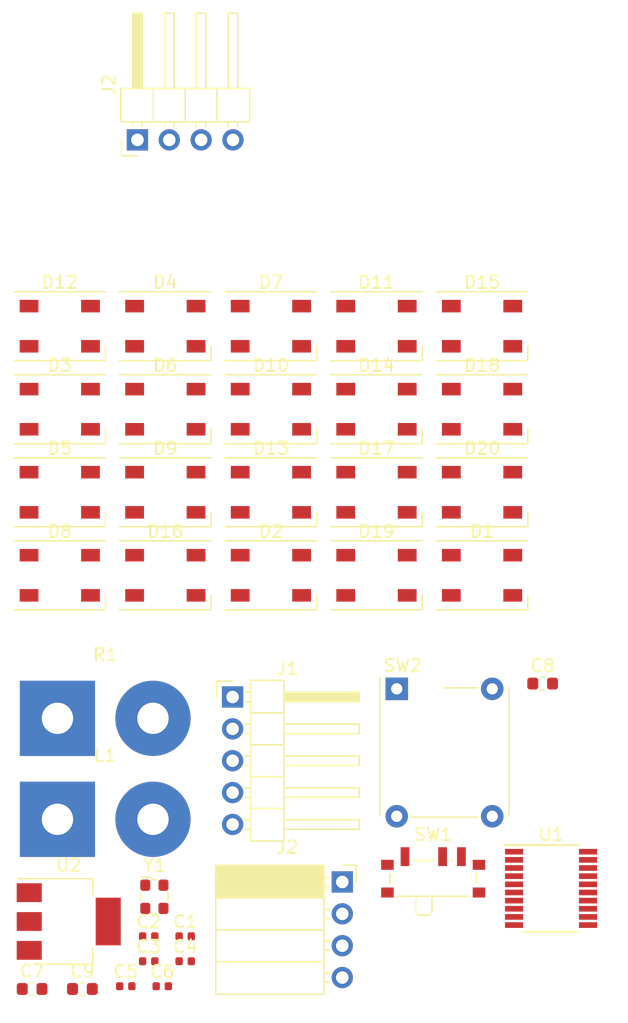
<source format=kicad_pcb>
(kicad_pcb (version 20171130) (host pcbnew 5.1.2)

  (general
    (thickness 1.6)
    (drawings 0)
    (tracks 0)
    (zones 0)
    (modules 39)
    (nets 44)
  )

  (page A4)
  (layers
    (0 F.Cu signal)
    (31 B.Cu signal)
    (32 B.Adhes user)
    (33 F.Adhes user)
    (34 B.Paste user)
    (35 F.Paste user)
    (36 B.SilkS user)
    (37 F.SilkS user)
    (38 B.Mask user)
    (39 F.Mask user)
    (40 Dwgs.User user)
    (41 Cmts.User user)
    (42 Eco1.User user)
    (43 Eco2.User user)
    (44 Edge.Cuts user)
    (45 Margin user)
    (46 B.CrtYd user)
    (47 F.CrtYd user)
    (48 B.Fab user)
    (49 F.Fab user)
  )

  (setup
    (last_trace_width 0.25)
    (trace_clearance 0.2)
    (zone_clearance 0.508)
    (zone_45_only no)
    (trace_min 0.2)
    (via_size 0.8)
    (via_drill 0.4)
    (via_min_size 0.4)
    (via_min_drill 0.3)
    (uvia_size 0.3)
    (uvia_drill 0.1)
    (uvias_allowed no)
    (uvia_min_size 0.2)
    (uvia_min_drill 0.1)
    (edge_width 0.05)
    (segment_width 0.2)
    (pcb_text_width 0.3)
    (pcb_text_size 1.5 1.5)
    (mod_edge_width 0.12)
    (mod_text_size 1 1)
    (mod_text_width 0.15)
    (pad_size 1.524 1.524)
    (pad_drill 0.762)
    (pad_to_mask_clearance 0.051)
    (solder_mask_min_width 0.25)
    (aux_axis_origin 0 0)
    (visible_elements FFFFFF7F)
    (pcbplotparams
      (layerselection 0x010fc_ffffffff)
      (usegerberextensions false)
      (usegerberattributes false)
      (usegerberadvancedattributes false)
      (creategerberjobfile false)
      (excludeedgelayer true)
      (linewidth 0.100000)
      (plotframeref false)
      (viasonmask false)
      (mode 1)
      (useauxorigin false)
      (hpglpennumber 1)
      (hpglpenspeed 20)
      (hpglpendiameter 15.000000)
      (psnegative false)
      (psa4output false)
      (plotreference true)
      (plotvalue true)
      (plotinvisibletext false)
      (padsonsilk false)
      (subtractmaskfromsilk false)
      (outputformat 1)
      (mirror false)
      (drillshape 1)
      (scaleselection 1)
      (outputdirectory ""))
  )

  (net 0 "")
  (net 1 GND)
  (net 2 "Net-(C1-Pad1)")
  (net 3 "Net-(C2-Pad1)")
  (net 4 "Net-(C3-Pad1)")
  (net 5 +3V3)
  (net 6 +5V)
  (net 7 "Net-(D1-Pad4)")
  (net 8 /digits/DATA_IN)
  (net 9 "Net-(D2-Pad4)")
  (net 10 "Net-(D19-Pad4)")
  (net 11 "Net-(D10-Pad1)")
  (net 12 "Net-(D3-Pad4)")
  (net 13 "Net-(D4-Pad4)")
  (net 14 "Net-(D5-Pad4)")
  (net 15 "Net-(D6-Pad4)")
  (net 16 "Net-(D7-Pad4)")
  (net 17 "Net-(D10-Pad2)")
  (net 18 "Net-(D11-Pad2)")
  (net 19 "Net-(D10-Pad4)")
  (net 20 "Net-(D11-Pad4)")
  (net 21 "Net-(D12-Pad4)")
  (net 22 "Net-(D13-Pad4)")
  (net 23 "Net-(D14-Pad4)")
  (net 24 "Net-(D15-Pad4)")
  (net 25 "Net-(D16-Pad4)")
  (net 26 "Net-(D17-Pad4)")
  (net 27 "Net-(D18-Pad4)")
  (net 28 /digits/DATA_OUT)
  (net 29 /CTS)
  (net 30 /TX)
  (net 31 /RX)
  (net 32 /RTS)
  (net 33 /SCL)
  (net 34 /SDA)
  (net 35 "Net-(R1-Pad2)")
  (net 36 "Net-(R1-Pad1)")
  (net 37 "Net-(U1-Pad20)")
  (net 38 "Net-(U1-Pad13)")
  (net 39 "Net-(U1-Pad11)")
  (net 40 "Net-(U1-Pad9)")
  (net 41 "Net-(U1-Pad8)")
  (net 42 "Net-(U1-Pad7)")
  (net 43 "Net-(U1-Pad6)")

  (net_class Default "Dies ist die voreingestellte Netzklasse."
    (clearance 0.2)
    (trace_width 0.25)
    (via_dia 0.8)
    (via_drill 0.4)
    (uvia_dia 0.3)
    (uvia_drill 0.1)
    (add_net +3V3)
    (add_net +5V)
    (add_net /CTS)
    (add_net /RTS)
    (add_net /RX)
    (add_net /SCL)
    (add_net /SDA)
    (add_net /TX)
    (add_net /digits/DATA_IN)
    (add_net /digits/DATA_OUT)
    (add_net GND)
    (add_net "Net-(C1-Pad1)")
    (add_net "Net-(C2-Pad1)")
    (add_net "Net-(C3-Pad1)")
    (add_net "Net-(D1-Pad4)")
    (add_net "Net-(D10-Pad1)")
    (add_net "Net-(D10-Pad2)")
    (add_net "Net-(D10-Pad4)")
    (add_net "Net-(D11-Pad2)")
    (add_net "Net-(D11-Pad4)")
    (add_net "Net-(D12-Pad4)")
    (add_net "Net-(D13-Pad4)")
    (add_net "Net-(D14-Pad4)")
    (add_net "Net-(D15-Pad4)")
    (add_net "Net-(D16-Pad4)")
    (add_net "Net-(D17-Pad4)")
    (add_net "Net-(D18-Pad4)")
    (add_net "Net-(D19-Pad4)")
    (add_net "Net-(D2-Pad4)")
    (add_net "Net-(D3-Pad4)")
    (add_net "Net-(D4-Pad4)")
    (add_net "Net-(D5-Pad4)")
    (add_net "Net-(D6-Pad4)")
    (add_net "Net-(D7-Pad4)")
    (add_net "Net-(R1-Pad1)")
    (add_net "Net-(R1-Pad2)")
    (add_net "Net-(U1-Pad11)")
    (add_net "Net-(U1-Pad13)")
    (add_net "Net-(U1-Pad20)")
    (add_net "Net-(U1-Pad6)")
    (add_net "Net-(U1-Pad7)")
    (add_net "Net-(U1-Pad8)")
    (add_net "Net-(U1-Pad9)")
  )

  (module Connector_PinHeader_2.54mm:PinHeader_1x04_P2.54mm_Horizontal (layer F.Cu) (tedit 59FED5CB) (tstamp 5DE2747F)
    (at 55.88 24.13 90)
    (descr "Through hole angled pin header, 1x04, 2.54mm pitch, 6mm pin length, single row")
    (tags "Through hole angled pin header THT 1x04 2.54mm single row")
    (path /5DE27D2E)
    (fp_text reference J2 (at 4.385 -2.27 90) (layer F.SilkS)
      (effects (font (size 1 1) (thickness 0.15)))
    )
    (fp_text value Conn_01x04_Male (at 4.385 9.89 90) (layer F.Fab)
      (effects (font (size 1 1) (thickness 0.15)))
    )
    (fp_text user %R (at 2.77 3.81) (layer F.Fab)
      (effects (font (size 1 1) (thickness 0.15)))
    )
    (fp_line (start 10.55 -1.8) (end -1.8 -1.8) (layer F.CrtYd) (width 0.05))
    (fp_line (start 10.55 9.4) (end 10.55 -1.8) (layer F.CrtYd) (width 0.05))
    (fp_line (start -1.8 9.4) (end 10.55 9.4) (layer F.CrtYd) (width 0.05))
    (fp_line (start -1.8 -1.8) (end -1.8 9.4) (layer F.CrtYd) (width 0.05))
    (fp_line (start -1.27 -1.27) (end 0 -1.27) (layer F.SilkS) (width 0.12))
    (fp_line (start -1.27 0) (end -1.27 -1.27) (layer F.SilkS) (width 0.12))
    (fp_line (start 1.042929 8) (end 1.44 8) (layer F.SilkS) (width 0.12))
    (fp_line (start 1.042929 7.24) (end 1.44 7.24) (layer F.SilkS) (width 0.12))
    (fp_line (start 10.1 8) (end 4.1 8) (layer F.SilkS) (width 0.12))
    (fp_line (start 10.1 7.24) (end 10.1 8) (layer F.SilkS) (width 0.12))
    (fp_line (start 4.1 7.24) (end 10.1 7.24) (layer F.SilkS) (width 0.12))
    (fp_line (start 1.44 6.35) (end 4.1 6.35) (layer F.SilkS) (width 0.12))
    (fp_line (start 1.042929 5.46) (end 1.44 5.46) (layer F.SilkS) (width 0.12))
    (fp_line (start 1.042929 4.7) (end 1.44 4.7) (layer F.SilkS) (width 0.12))
    (fp_line (start 10.1 5.46) (end 4.1 5.46) (layer F.SilkS) (width 0.12))
    (fp_line (start 10.1 4.7) (end 10.1 5.46) (layer F.SilkS) (width 0.12))
    (fp_line (start 4.1 4.7) (end 10.1 4.7) (layer F.SilkS) (width 0.12))
    (fp_line (start 1.44 3.81) (end 4.1 3.81) (layer F.SilkS) (width 0.12))
    (fp_line (start 1.042929 2.92) (end 1.44 2.92) (layer F.SilkS) (width 0.12))
    (fp_line (start 1.042929 2.16) (end 1.44 2.16) (layer F.SilkS) (width 0.12))
    (fp_line (start 10.1 2.92) (end 4.1 2.92) (layer F.SilkS) (width 0.12))
    (fp_line (start 10.1 2.16) (end 10.1 2.92) (layer F.SilkS) (width 0.12))
    (fp_line (start 4.1 2.16) (end 10.1 2.16) (layer F.SilkS) (width 0.12))
    (fp_line (start 1.44 1.27) (end 4.1 1.27) (layer F.SilkS) (width 0.12))
    (fp_line (start 1.11 0.38) (end 1.44 0.38) (layer F.SilkS) (width 0.12))
    (fp_line (start 1.11 -0.38) (end 1.44 -0.38) (layer F.SilkS) (width 0.12))
    (fp_line (start 4.1 0.28) (end 10.1 0.28) (layer F.SilkS) (width 0.12))
    (fp_line (start 4.1 0.16) (end 10.1 0.16) (layer F.SilkS) (width 0.12))
    (fp_line (start 4.1 0.04) (end 10.1 0.04) (layer F.SilkS) (width 0.12))
    (fp_line (start 4.1 -0.08) (end 10.1 -0.08) (layer F.SilkS) (width 0.12))
    (fp_line (start 4.1 -0.2) (end 10.1 -0.2) (layer F.SilkS) (width 0.12))
    (fp_line (start 4.1 -0.32) (end 10.1 -0.32) (layer F.SilkS) (width 0.12))
    (fp_line (start 10.1 0.38) (end 4.1 0.38) (layer F.SilkS) (width 0.12))
    (fp_line (start 10.1 -0.38) (end 10.1 0.38) (layer F.SilkS) (width 0.12))
    (fp_line (start 4.1 -0.38) (end 10.1 -0.38) (layer F.SilkS) (width 0.12))
    (fp_line (start 4.1 -1.33) (end 1.44 -1.33) (layer F.SilkS) (width 0.12))
    (fp_line (start 4.1 8.95) (end 4.1 -1.33) (layer F.SilkS) (width 0.12))
    (fp_line (start 1.44 8.95) (end 4.1 8.95) (layer F.SilkS) (width 0.12))
    (fp_line (start 1.44 -1.33) (end 1.44 8.95) (layer F.SilkS) (width 0.12))
    (fp_line (start 4.04 7.94) (end 10.04 7.94) (layer F.Fab) (width 0.1))
    (fp_line (start 10.04 7.3) (end 10.04 7.94) (layer F.Fab) (width 0.1))
    (fp_line (start 4.04 7.3) (end 10.04 7.3) (layer F.Fab) (width 0.1))
    (fp_line (start -0.32 7.94) (end 1.5 7.94) (layer F.Fab) (width 0.1))
    (fp_line (start -0.32 7.3) (end -0.32 7.94) (layer F.Fab) (width 0.1))
    (fp_line (start -0.32 7.3) (end 1.5 7.3) (layer F.Fab) (width 0.1))
    (fp_line (start 4.04 5.4) (end 10.04 5.4) (layer F.Fab) (width 0.1))
    (fp_line (start 10.04 4.76) (end 10.04 5.4) (layer F.Fab) (width 0.1))
    (fp_line (start 4.04 4.76) (end 10.04 4.76) (layer F.Fab) (width 0.1))
    (fp_line (start -0.32 5.4) (end 1.5 5.4) (layer F.Fab) (width 0.1))
    (fp_line (start -0.32 4.76) (end -0.32 5.4) (layer F.Fab) (width 0.1))
    (fp_line (start -0.32 4.76) (end 1.5 4.76) (layer F.Fab) (width 0.1))
    (fp_line (start 4.04 2.86) (end 10.04 2.86) (layer F.Fab) (width 0.1))
    (fp_line (start 10.04 2.22) (end 10.04 2.86) (layer F.Fab) (width 0.1))
    (fp_line (start 4.04 2.22) (end 10.04 2.22) (layer F.Fab) (width 0.1))
    (fp_line (start -0.32 2.86) (end 1.5 2.86) (layer F.Fab) (width 0.1))
    (fp_line (start -0.32 2.22) (end -0.32 2.86) (layer F.Fab) (width 0.1))
    (fp_line (start -0.32 2.22) (end 1.5 2.22) (layer F.Fab) (width 0.1))
    (fp_line (start 4.04 0.32) (end 10.04 0.32) (layer F.Fab) (width 0.1))
    (fp_line (start 10.04 -0.32) (end 10.04 0.32) (layer F.Fab) (width 0.1))
    (fp_line (start 4.04 -0.32) (end 10.04 -0.32) (layer F.Fab) (width 0.1))
    (fp_line (start -0.32 0.32) (end 1.5 0.32) (layer F.Fab) (width 0.1))
    (fp_line (start -0.32 -0.32) (end -0.32 0.32) (layer F.Fab) (width 0.1))
    (fp_line (start -0.32 -0.32) (end 1.5 -0.32) (layer F.Fab) (width 0.1))
    (fp_line (start 1.5 -0.635) (end 2.135 -1.27) (layer F.Fab) (width 0.1))
    (fp_line (start 1.5 8.89) (end 1.5 -0.635) (layer F.Fab) (width 0.1))
    (fp_line (start 4.04 8.89) (end 1.5 8.89) (layer F.Fab) (width 0.1))
    (fp_line (start 4.04 -1.27) (end 4.04 8.89) (layer F.Fab) (width 0.1))
    (fp_line (start 2.135 -1.27) (end 4.04 -1.27) (layer F.Fab) (width 0.1))
    (pad 4 thru_hole oval (at 0 7.62 90) (size 1.7 1.7) (drill 1) (layers *.Cu *.Mask)
      (net 1 GND))
    (pad 3 thru_hole oval (at 0 5.08 90) (size 1.7 1.7) (drill 1) (layers *.Cu *.Mask)
      (net 34 /SDA))
    (pad 2 thru_hole oval (at 0 2.54 90) (size 1.7 1.7) (drill 1) (layers *.Cu *.Mask)
      (net 33 /SCL))
    (pad 1 thru_hole rect (at 0 0 90) (size 1.7 1.7) (drill 1) (layers *.Cu *.Mask)
      (net 6 +5V))
    (model ${KISYS3DMOD}/Connector_PinHeader_2.54mm.3dshapes/PinHeader_1x04_P2.54mm_Horizontal.wrl
      (at (xyz 0 0 0))
      (scale (xyz 1 1 1))
      (rotate (xyz 0 0 0))
    )
  )

  (module Oscillator:Oscillator_SMD_ECS_2520MV-xxx-xx-4Pin_2.5x2.0mm (layer F.Cu) (tedit 5C2B7AE4) (tstamp 5DD20CEE)
    (at 57.23 84.48)
    (descr "Miniature Crystal Clock Oscillator ECS 2520MV series, https://www.ecsxtal.com/store/pdf/ECS-2520MV.pdf")
    (tags "Miniature Crystal Clock Oscillator ECS 2520MV series SMD SMT HCMOS")
    (path /5DC8CECF)
    (attr smd)
    (fp_text reference Y1 (at 0 -2.5) (layer F.SilkS)
      (effects (font (size 1 1) (thickness 0.15)))
    )
    (fp_text value 32KHz (at 0 2.5) (layer F.Fab)
      (effects (font (size 1 1) (thickness 0.15)))
    )
    (fp_arc (start -0.47 -1.24) (end -0.16 -1.36) (angle -53.13010235) (layer F.SilkS) (width 0.12))
    (fp_line (start -1.38 -1.63) (end 1.38 -1.63) (layer F.CrtYd) (width 0.05))
    (fp_line (start -1.38 -1.63) (end -1.38 1.63) (layer F.CrtYd) (width 0.05))
    (fp_line (start -1.38 1.63) (end 1.38 1.63) (layer F.CrtYd) (width 0.05))
    (fp_line (start 1.38 -1.63) (end 1.38 1.63) (layer F.CrtYd) (width 0.05))
    (fp_line (start -0.38 -1.56) (end -1.07 -1.56) (layer F.SilkS) (width 0.12))
    (fp_line (start -1.11 0.32) (end -1.11 -0.32) (layer F.SilkS) (width 0.12))
    (fp_line (start 1.11 0.32) (end 1.11 -0.32) (layer F.SilkS) (width 0.12))
    (fp_line (start -0.16 -1.36) (end 0.17 -1.36) (layer F.SilkS) (width 0.12))
    (fp_line (start -0.17 1.36) (end 0.17 1.36) (layer F.SilkS) (width 0.12))
    (fp_text user %R (at 0 0 90) (layer F.Fab)
      (effects (font (size 0.5 0.5) (thickness 0.075)))
    )
    (fp_line (start -1 -0.75) (end -0.5 -1.25) (layer F.Fab) (width 0.1))
    (fp_line (start -1 1.25) (end 1 1.25) (layer F.Fab) (width 0.1))
    (fp_line (start -0.5 -1.25) (end 1 -1.25) (layer F.Fab) (width 0.1))
    (fp_line (start 1 -1.25) (end 1 1.25) (layer F.Fab) (width 0.1))
    (fp_line (start -1 -0.75) (end -1 1.25) (layer F.Fab) (width 0.1))
    (pad 3 smd roundrect (at 0.725 0.925) (size 0.8 0.9) (layers F.Cu F.Paste F.Mask) (roundrect_rratio 0.25))
    (pad 2 smd roundrect (at -0.725 0.925) (size 0.8 0.9) (layers F.Cu F.Paste F.Mask) (roundrect_rratio 0.25)
      (net 3 "Net-(C2-Pad1)"))
    (pad 4 smd roundrect (at 0.725 -0.925) (size 0.8 0.9) (layers F.Cu F.Paste F.Mask) (roundrect_rratio 0.25))
    (pad 1 smd roundrect (at -0.725 -0.925) (size 0.8 0.9) (layers F.Cu F.Paste F.Mask) (roundrect_rratio 0.25)
      (net 2 "Net-(C1-Pad1)"))
    (model ${KISYS3DMOD}/Oscillator.3dshapes/Oscillator_SMD_ECS_2520MV-xxx-xx-4Pin_2.5x2.0mm.wrl
      (at (xyz 0 0 0))
      (scale (xyz 1 1 1))
      (rotate (xyz 0 0 0))
    )
  )

  (module Package_TO_SOT_SMD:SOT-223-3_TabPin2 (layer F.Cu) (tedit 5A02FF57) (tstamp 5DD20C64)
    (at 50.4 86.45)
    (descr "module CMS SOT223 4 pins")
    (tags "CMS SOT")
    (path /5DC94C79)
    (attr smd)
    (fp_text reference U2 (at 0 -4.5) (layer F.SilkS)
      (effects (font (size 1 1) (thickness 0.15)))
    )
    (fp_text value AP7361C-33E (at 0 4.5) (layer F.Fab)
      (effects (font (size 1 1) (thickness 0.15)))
    )
    (fp_line (start 1.85 -3.35) (end 1.85 3.35) (layer F.Fab) (width 0.1))
    (fp_line (start -1.85 3.35) (end 1.85 3.35) (layer F.Fab) (width 0.1))
    (fp_line (start -4.1 -3.41) (end 1.91 -3.41) (layer F.SilkS) (width 0.12))
    (fp_line (start -0.85 -3.35) (end 1.85 -3.35) (layer F.Fab) (width 0.1))
    (fp_line (start -1.85 3.41) (end 1.91 3.41) (layer F.SilkS) (width 0.12))
    (fp_line (start -1.85 -2.35) (end -1.85 3.35) (layer F.Fab) (width 0.1))
    (fp_line (start -1.85 -2.35) (end -0.85 -3.35) (layer F.Fab) (width 0.1))
    (fp_line (start -4.4 -3.6) (end -4.4 3.6) (layer F.CrtYd) (width 0.05))
    (fp_line (start -4.4 3.6) (end 4.4 3.6) (layer F.CrtYd) (width 0.05))
    (fp_line (start 4.4 3.6) (end 4.4 -3.6) (layer F.CrtYd) (width 0.05))
    (fp_line (start 4.4 -3.6) (end -4.4 -3.6) (layer F.CrtYd) (width 0.05))
    (fp_line (start 1.91 -3.41) (end 1.91 -2.15) (layer F.SilkS) (width 0.12))
    (fp_line (start 1.91 3.41) (end 1.91 2.15) (layer F.SilkS) (width 0.12))
    (fp_text user %R (at 0 0 90) (layer F.Fab)
      (effects (font (size 0.8 0.8) (thickness 0.12)))
    )
    (pad 1 smd rect (at -3.15 -2.3) (size 2 1.5) (layers F.Cu F.Paste F.Mask)
      (net 6 +5V))
    (pad 3 smd rect (at -3.15 2.3) (size 2 1.5) (layers F.Cu F.Paste F.Mask)
      (net 5 +3V3))
    (pad 2 smd rect (at -3.15 0) (size 2 1.5) (layers F.Cu F.Paste F.Mask)
      (net 1 GND))
    (pad 2 smd rect (at 3.15 0) (size 2 3.8) (layers F.Cu F.Paste F.Mask)
      (net 1 GND))
    (model ${KISYS3DMOD}/Package_TO_SOT_SMD.3dshapes/SOT-223.wrl
      (at (xyz 0 0 0))
      (scale (xyz 1 1 1))
      (rotate (xyz 0 0 0))
    )
  )

  (module Package_SO:TSSOP-20_4.4x6.5mm_P0.65mm (layer F.Cu) (tedit 5A02F25C) (tstamp 5DD20B5A)
    (at 88.87 83.81)
    (descr "20-Lead Plastic Thin Shrink Small Outline (ST)-4.4 mm Body [TSSOP] (see Microchip Packaging Specification 00000049BS.pdf)")
    (tags "SSOP 0.65")
    (path /5DC768DE)
    (attr smd)
    (fp_text reference U1 (at 0 -4.3) (layer F.SilkS)
      (effects (font (size 1 1) (thickness 0.15)))
    )
    (fp_text value STM32L011F4Px (at 0 4.3) (layer F.Fab)
      (effects (font (size 1 1) (thickness 0.15)))
    )
    (fp_text user %R (at 0 0) (layer F.Fab)
      (effects (font (size 0.8 0.8) (thickness 0.15)))
    )
    (fp_line (start -3.75 -3.45) (end 2.225 -3.45) (layer F.SilkS) (width 0.15))
    (fp_line (start -2.225 3.45) (end 2.225 3.45) (layer F.SilkS) (width 0.15))
    (fp_line (start -3.95 3.55) (end 3.95 3.55) (layer F.CrtYd) (width 0.05))
    (fp_line (start -3.95 -3.55) (end 3.95 -3.55) (layer F.CrtYd) (width 0.05))
    (fp_line (start 3.95 -3.55) (end 3.95 3.55) (layer F.CrtYd) (width 0.05))
    (fp_line (start -3.95 -3.55) (end -3.95 3.55) (layer F.CrtYd) (width 0.05))
    (fp_line (start -2.2 -2.25) (end -1.2 -3.25) (layer F.Fab) (width 0.15))
    (fp_line (start -2.2 3.25) (end -2.2 -2.25) (layer F.Fab) (width 0.15))
    (fp_line (start 2.2 3.25) (end -2.2 3.25) (layer F.Fab) (width 0.15))
    (fp_line (start 2.2 -3.25) (end 2.2 3.25) (layer F.Fab) (width 0.15))
    (fp_line (start -1.2 -3.25) (end 2.2 -3.25) (layer F.Fab) (width 0.15))
    (pad 20 smd rect (at 2.95 -2.925) (size 1.45 0.45) (layers F.Cu F.Paste F.Mask)
      (net 37 "Net-(U1-Pad20)"))
    (pad 19 smd rect (at 2.95 -2.275) (size 1.45 0.45) (layers F.Cu F.Paste F.Mask)
      (net 34 /SDA))
    (pad 18 smd rect (at 2.95 -1.625) (size 1.45 0.45) (layers F.Cu F.Paste F.Mask)
      (net 31 /RX))
    (pad 17 smd rect (at 2.95 -0.975) (size 1.45 0.45) (layers F.Cu F.Paste F.Mask)
      (net 30 /TX))
    (pad 16 smd rect (at 2.95 -0.325) (size 1.45 0.45) (layers F.Cu F.Paste F.Mask)
      (net 5 +3V3))
    (pad 15 smd rect (at 2.95 0.325) (size 1.45 0.45) (layers F.Cu F.Paste F.Mask)
      (net 1 GND))
    (pad 14 smd rect (at 2.95 0.975) (size 1.45 0.45) (layers F.Cu F.Paste F.Mask)
      (net 32 /RTS))
    (pad 13 smd rect (at 2.95 1.625) (size 1.45 0.45) (layers F.Cu F.Paste F.Mask)
      (net 38 "Net-(U1-Pad13)"))
    (pad 12 smd rect (at 2.95 2.275) (size 1.45 0.45) (layers F.Cu F.Paste F.Mask)
      (net 29 /CTS))
    (pad 11 smd rect (at 2.95 2.925) (size 1.45 0.45) (layers F.Cu F.Paste F.Mask)
      (net 39 "Net-(U1-Pad11)"))
    (pad 10 smd rect (at -2.95 2.925) (size 1.45 0.45) (layers F.Cu F.Paste F.Mask)
      (net 33 /SCL))
    (pad 9 smd rect (at -2.95 2.275) (size 1.45 0.45) (layers F.Cu F.Paste F.Mask)
      (net 40 "Net-(U1-Pad9)"))
    (pad 8 smd rect (at -2.95 1.625) (size 1.45 0.45) (layers F.Cu F.Paste F.Mask)
      (net 41 "Net-(U1-Pad8)"))
    (pad 7 smd rect (at -2.95 0.975) (size 1.45 0.45) (layers F.Cu F.Paste F.Mask)
      (net 42 "Net-(U1-Pad7)"))
    (pad 6 smd rect (at -2.95 0.325) (size 1.45 0.45) (layers F.Cu F.Paste F.Mask)
      (net 43 "Net-(U1-Pad6)"))
    (pad 5 smd rect (at -2.95 -0.325) (size 1.45 0.45) (layers F.Cu F.Paste F.Mask)
      (net 5 +3V3))
    (pad 4 smd rect (at -2.95 -0.975) (size 1.45 0.45) (layers F.Cu F.Paste F.Mask)
      (net 4 "Net-(C3-Pad1)"))
    (pad 3 smd rect (at -2.95 -1.625) (size 1.45 0.45) (layers F.Cu F.Paste F.Mask)
      (net 3 "Net-(C2-Pad1)"))
    (pad 2 smd rect (at -2.95 -2.275) (size 1.45 0.45) (layers F.Cu F.Paste F.Mask)
      (net 2 "Net-(C1-Pad1)"))
    (pad 1 smd rect (at -2.95 -2.925) (size 1.45 0.45) (layers F.Cu F.Paste F.Mask)
      (net 36 "Net-(R1-Pad1)"))
    (model ${KISYS3DMOD}/Package_SO.3dshapes/TSSOP-20_4.4x6.5mm_P0.65mm.wrl
      (at (xyz 0 0 0))
      (scale (xyz 1 1 1))
      (rotate (xyz 0 0 0))
    )
  )

  (module Button_Switch_THT:SW_MEC_5GTH9 (layer F.Cu) (tedit 5B8669AC) (tstamp 5DD2098C)
    (at 76.56 67.9)
    (descr "MEC 5G single pole normally-open tactile switch https://cdn.sos.sk/productdata/80/f6/aabf7be6/5gth9358222.pdf")
    (tags "switch normally-open pushbutton push-button")
    (path /5DC9179C)
    (fp_text reference SW2 (at 0.475 -1.85 180) (layer F.SilkS)
      (effects (font (size 1 1) (thickness 0.15)))
    )
    (fp_text value SW_Push (at 3.8 13 180) (layer F.Fab)
      (effects (font (size 1 1) (thickness 0.15)))
    )
    (fp_line (start -0.24 0.03) (end -1.24 1.03) (layer F.Fab) (width 0.1))
    (fp_line (start -1.35 -0.9) (end -1.35 10.11) (layer F.SilkS) (width 0.12))
    (fp_line (start 8.86 10.13) (end -1.240004 10.13) (layer F.Fab) (width 0.1))
    (fp_line (start 8.86 0.03) (end 8.86 10.13) (layer F.Fab) (width 0.1))
    (fp_line (start -0.24 0.03) (end 8.86 0.03) (layer F.Fab) (width 0.1))
    (fp_line (start -1.24 10.13) (end -1.24 1.03) (layer F.Fab) (width 0.1))
    (fp_text user %R (at 3.76 5.03 180) (layer F.Fab)
      (effects (font (size 1 1) (thickness 0.15)))
    )
    (fp_line (start 6.46 -0.08) (end 3.81 -0.08) (layer F.SilkS) (width 0.12))
    (fp_line (start 1.16 10.24) (end 6.46 10.24) (layer F.SilkS) (width 0.12))
    (fp_line (start 8.97 0.04) (end 8.97 10.12) (layer F.SilkS) (width 0.12))
    (fp_line (start -1.49 11.3) (end -1.49 -1.15) (layer F.CrtYd) (width 0.05))
    (fp_line (start 9.11 11.31) (end -1.49 11.31) (layer F.CrtYd) (width 0.05))
    (fp_line (start 9.11 -1.15) (end 9.11 11.31) (layer F.CrtYd) (width 0.05))
    (fp_line (start -1.49 -1.15) (end 9.11 -1.15) (layer F.CrtYd) (width 0.05))
    (pad 1 thru_hole circle (at 0 10.16 90) (size 1.8 1.8) (drill 0.9) (layers *.Cu *.Mask)
      (net 1 GND))
    (pad 1 thru_hole rect (at 0 0 90) (size 1.8 1.8) (drill 0.9) (layers *.Cu *.Mask)
      (net 1 GND))
    (pad 2 thru_hole circle (at 7.62 10.16 90) (size 1.8 1.8) (drill 0.9) (layers *.Cu *.Mask)
      (net 4 "Net-(C3-Pad1)"))
    (pad 2 thru_hole circle (at 7.62 0 90) (size 1.8 1.8) (drill 0.9) (layers *.Cu *.Mask)
      (net 4 "Net-(C3-Pad1)"))
    (model ${KISYS3DMOD}/Button_Switch_THT.3dshapes/SW_MEC_5GTH9.wrl
      (at (xyz 0 0 0))
      (scale (xyz 1 1 1))
      (rotate (xyz 0 0 0))
    )
  )

  (module Button_Switch_SMD:SW_SPDT_PCM12 (layer F.Cu) (tedit 5A02FC95) (tstamp 5DD208CE)
    (at 79.47 82.71)
    (descr "Ultraminiature Surface Mount Slide Switch")
    (path /5DC7C576)
    (attr smd)
    (fp_text reference SW1 (at 0 -3.2) (layer F.SilkS)
      (effects (font (size 1 1) (thickness 0.15)))
    )
    (fp_text value SW_SPDT (at 0 4.25) (layer F.Fab)
      (effects (font (size 1 1) (thickness 0.15)))
    )
    (fp_line (start 3.45 0.72) (end 3.45 -0.07) (layer F.SilkS) (width 0.12))
    (fp_line (start -3.45 -0.07) (end -3.45 0.72) (layer F.SilkS) (width 0.12))
    (fp_line (start -1.6 -1.12) (end 0.1 -1.12) (layer F.SilkS) (width 0.12))
    (fp_line (start -2.85 1.73) (end 2.85 1.73) (layer F.SilkS) (width 0.12))
    (fp_line (start -0.1 3.02) (end -0.1 1.73) (layer F.SilkS) (width 0.12))
    (fp_line (start -1.2 3.23) (end -0.3 3.23) (layer F.SilkS) (width 0.12))
    (fp_line (start -1.4 1.73) (end -1.4 3.02) (layer F.SilkS) (width 0.12))
    (fp_line (start -0.1 3.02) (end -0.3 3.23) (layer F.SilkS) (width 0.12))
    (fp_line (start -1.4 3.02) (end -1.2 3.23) (layer F.SilkS) (width 0.12))
    (fp_line (start -4.4 2.1) (end -4.4 -2.45) (layer F.CrtYd) (width 0.05))
    (fp_line (start -1.65 2.1) (end -4.4 2.1) (layer F.CrtYd) (width 0.05))
    (fp_line (start -1.65 3.4) (end -1.65 2.1) (layer F.CrtYd) (width 0.05))
    (fp_line (start 1.65 3.4) (end -1.65 3.4) (layer F.CrtYd) (width 0.05))
    (fp_line (start 1.65 2.1) (end 1.65 3.4) (layer F.CrtYd) (width 0.05))
    (fp_line (start 4.4 2.1) (end 1.65 2.1) (layer F.CrtYd) (width 0.05))
    (fp_line (start 4.4 -2.45) (end 4.4 2.1) (layer F.CrtYd) (width 0.05))
    (fp_line (start -4.4 -2.45) (end 4.4 -2.45) (layer F.CrtYd) (width 0.05))
    (fp_line (start 1.4 -1.12) (end 1.6 -1.12) (layer F.SilkS) (width 0.12))
    (fp_line (start 3.35 -1) (end -3.35 -1) (layer F.Fab) (width 0.1))
    (fp_line (start 3.35 1.6) (end 3.35 -1) (layer F.Fab) (width 0.1))
    (fp_line (start -3.35 1.6) (end 3.35 1.6) (layer F.Fab) (width 0.1))
    (fp_line (start -3.35 -1) (end -3.35 1.6) (layer F.Fab) (width 0.1))
    (fp_line (start -0.1 2.9) (end -0.1 1.6) (layer F.Fab) (width 0.1))
    (fp_line (start -0.15 2.95) (end -0.1 2.9) (layer F.Fab) (width 0.1))
    (fp_line (start -0.35 3.15) (end -0.15 2.95) (layer F.Fab) (width 0.1))
    (fp_line (start -1.2 3.15) (end -0.35 3.15) (layer F.Fab) (width 0.1))
    (fp_line (start -1.4 2.95) (end -1.2 3.15) (layer F.Fab) (width 0.1))
    (fp_line (start -1.4 1.65) (end -1.4 2.95) (layer F.Fab) (width 0.1))
    (fp_text user %R (at 0 -3.2) (layer F.Fab)
      (effects (font (size 1 1) (thickness 0.15)))
    )
    (pad "" smd rect (at -3.65 -0.78) (size 1 0.8) (layers F.Cu F.Paste F.Mask))
    (pad "" smd rect (at 3.65 -0.78) (size 1 0.8) (layers F.Cu F.Paste F.Mask))
    (pad "" smd rect (at 3.65 1.43) (size 1 0.8) (layers F.Cu F.Paste F.Mask))
    (pad "" smd rect (at -3.65 1.43) (size 1 0.8) (layers F.Cu F.Paste F.Mask))
    (pad 3 smd rect (at 2.25 -1.43) (size 0.7 1.5) (layers F.Cu F.Paste F.Mask)
      (net 1 GND))
    (pad 2 smd rect (at 0.75 -1.43) (size 0.7 1.5) (layers F.Cu F.Paste F.Mask)
      (net 35 "Net-(R1-Pad2)"))
    (pad 1 smd rect (at -2.25 -1.43) (size 0.7 1.5) (layers F.Cu F.Paste F.Mask)
      (net 5 +3V3))
    (pad "" np_thru_hole circle (at 1.5 0.33) (size 0.9 0.9) (drill 0.9) (layers *.Cu *.Mask))
    (pad "" np_thru_hole circle (at -1.5 0.33) (size 0.9 0.9) (drill 0.9) (layers *.Cu *.Mask))
    (model ${KISYS3DMOD}/Button_Switch_SMD.3dshapes/SW_SPDT_PCM12.wrl
      (at (xyz 0 0 0))
      (scale (xyz 1 1 1))
      (rotate (xyz 0 0 0))
    )
  )

  (module Connector_Wire:SolderWirePad_1x02_P7.62mm_Drill2.5mm (layer F.Cu) (tedit 5AEE5F2F) (tstamp 5DD2078E)
    (at 49.5 70.25)
    (descr "Wire solder connection")
    (tags connector)
    (path /5DC806BB)
    (attr virtual)
    (fp_text reference R1 (at 3.81 -5.08) (layer F.SilkS)
      (effects (font (size 1 1) (thickness 0.15)))
    )
    (fp_text value R (at 3.81 4.445) (layer F.Fab)
      (effects (font (size 1 1) (thickness 0.15)))
    )
    (fp_line (start 11.12 3.5) (end -3.5 3.5) (layer F.CrtYd) (width 0.05))
    (fp_line (start 11.12 3.5) (end 11.12 -3.5) (layer F.CrtYd) (width 0.05))
    (fp_line (start -3.5 -3.5) (end -3.5 3.5) (layer F.CrtYd) (width 0.05))
    (fp_line (start -3.5 -3.5) (end 11.12 -3.5) (layer F.CrtYd) (width 0.05))
    (fp_text user %R (at 3.81 0) (layer F.Fab)
      (effects (font (size 1 1) (thickness 0.15)))
    )
    (pad 2 thru_hole circle (at 7.62 0) (size 5.99948 5.99948) (drill 2.49936) (layers *.Cu *.Mask)
      (net 35 "Net-(R1-Pad2)"))
    (pad 1 thru_hole rect (at 0 0) (size 5.99948 5.99948) (drill 2.49936) (layers *.Cu *.Mask)
      (net 36 "Net-(R1-Pad1)"))
  )

  (module Connector_Wire:SolderWirePad_1x02_P7.62mm_Drill2.5mm (layer F.Cu) (tedit 5AEE5F2F) (tstamp 5DD20745)
    (at 49.5 78.3)
    (descr "Wire solder connection")
    (tags connector)
    (path /5DC87DBA)
    (attr virtual)
    (fp_text reference L1 (at 3.81 -5.08) (layer F.SilkS)
      (effects (font (size 1 1) (thickness 0.15)))
    )
    (fp_text value L (at 3.81 4.445) (layer F.Fab)
      (effects (font (size 1 1) (thickness 0.15)))
    )
    (fp_line (start 11.12 3.5) (end -3.5 3.5) (layer F.CrtYd) (width 0.05))
    (fp_line (start 11.12 3.5) (end 11.12 -3.5) (layer F.CrtYd) (width 0.05))
    (fp_line (start -3.5 -3.5) (end -3.5 3.5) (layer F.CrtYd) (width 0.05))
    (fp_line (start -3.5 -3.5) (end 11.12 -3.5) (layer F.CrtYd) (width 0.05))
    (fp_text user %R (at 3.81 0) (layer F.Fab)
      (effects (font (size 1 1) (thickness 0.15)))
    )
    (pad 2 thru_hole circle (at 7.62 0) (size 5.99948 5.99948) (drill 2.49936) (layers *.Cu *.Mask)
      (net 5 +3V3))
    (pad 1 thru_hole rect (at 0 0) (size 5.99948 5.99948) (drill 2.49936) (layers *.Cu *.Mask)
      (net 5 +3V3))
  )

  (module Connector_PinSocket_2.54mm:PinSocket_1x04_P2.54mm_Horizontal (layer F.Cu) (tedit 5A19A424) (tstamp 5DD206FC)
    (at 72.22 83.3)
    (descr "Through hole angled socket strip, 1x04, 2.54mm pitch, 8.51mm socket length, single row (from Kicad 4.0.7), script generated")
    (tags "Through hole angled socket strip THT 1x04 2.54mm single row")
    (path /5DD27D5D)
    (fp_text reference J2 (at -4.38 -2.77) (layer F.SilkS)
      (effects (font (size 1 1) (thickness 0.15)))
    )
    (fp_text value Conn_01x04_Female (at -4.38 10.39) (layer F.Fab)
      (effects (font (size 1 1) (thickness 0.15)))
    )
    (fp_text user %R (at -5.775 3.81 90) (layer F.Fab)
      (effects (font (size 1 1) (thickness 0.15)))
    )
    (fp_line (start 1.75 9.45) (end 1.75 -1.75) (layer F.CrtYd) (width 0.05))
    (fp_line (start -10.55 9.45) (end 1.75 9.45) (layer F.CrtYd) (width 0.05))
    (fp_line (start -10.55 -1.75) (end -10.55 9.45) (layer F.CrtYd) (width 0.05))
    (fp_line (start 1.75 -1.75) (end -10.55 -1.75) (layer F.CrtYd) (width 0.05))
    (fp_line (start 0 -1.33) (end 1.11 -1.33) (layer F.SilkS) (width 0.12))
    (fp_line (start 1.11 -1.33) (end 1.11 0) (layer F.SilkS) (width 0.12))
    (fp_line (start -10.09 -1.33) (end -10.09 8.95) (layer F.SilkS) (width 0.12))
    (fp_line (start -10.09 8.95) (end -1.46 8.95) (layer F.SilkS) (width 0.12))
    (fp_line (start -1.46 -1.33) (end -1.46 8.95) (layer F.SilkS) (width 0.12))
    (fp_line (start -10.09 -1.33) (end -1.46 -1.33) (layer F.SilkS) (width 0.12))
    (fp_line (start -10.09 6.35) (end -1.46 6.35) (layer F.SilkS) (width 0.12))
    (fp_line (start -10.09 3.81) (end -1.46 3.81) (layer F.SilkS) (width 0.12))
    (fp_line (start -10.09 1.27) (end -1.46 1.27) (layer F.SilkS) (width 0.12))
    (fp_line (start -1.46 7.98) (end -1.05 7.98) (layer F.SilkS) (width 0.12))
    (fp_line (start -1.46 7.26) (end -1.05 7.26) (layer F.SilkS) (width 0.12))
    (fp_line (start -1.46 5.44) (end -1.05 5.44) (layer F.SilkS) (width 0.12))
    (fp_line (start -1.46 4.72) (end -1.05 4.72) (layer F.SilkS) (width 0.12))
    (fp_line (start -1.46 2.9) (end -1.05 2.9) (layer F.SilkS) (width 0.12))
    (fp_line (start -1.46 2.18) (end -1.05 2.18) (layer F.SilkS) (width 0.12))
    (fp_line (start -1.46 0.36) (end -1.11 0.36) (layer F.SilkS) (width 0.12))
    (fp_line (start -1.46 -0.36) (end -1.11 -0.36) (layer F.SilkS) (width 0.12))
    (fp_line (start -10.09 1.1519) (end -1.46 1.1519) (layer F.SilkS) (width 0.12))
    (fp_line (start -10.09 1.033805) (end -1.46 1.033805) (layer F.SilkS) (width 0.12))
    (fp_line (start -10.09 0.91571) (end -1.46 0.91571) (layer F.SilkS) (width 0.12))
    (fp_line (start -10.09 0.797615) (end -1.46 0.797615) (layer F.SilkS) (width 0.12))
    (fp_line (start -10.09 0.67952) (end -1.46 0.67952) (layer F.SilkS) (width 0.12))
    (fp_line (start -10.09 0.561425) (end -1.46 0.561425) (layer F.SilkS) (width 0.12))
    (fp_line (start -10.09 0.44333) (end -1.46 0.44333) (layer F.SilkS) (width 0.12))
    (fp_line (start -10.09 0.325235) (end -1.46 0.325235) (layer F.SilkS) (width 0.12))
    (fp_line (start -10.09 0.20714) (end -1.46 0.20714) (layer F.SilkS) (width 0.12))
    (fp_line (start -10.09 0.089045) (end -1.46 0.089045) (layer F.SilkS) (width 0.12))
    (fp_line (start -10.09 -0.02905) (end -1.46 -0.02905) (layer F.SilkS) (width 0.12))
    (fp_line (start -10.09 -0.147145) (end -1.46 -0.147145) (layer F.SilkS) (width 0.12))
    (fp_line (start -10.09 -0.26524) (end -1.46 -0.26524) (layer F.SilkS) (width 0.12))
    (fp_line (start -10.09 -0.383335) (end -1.46 -0.383335) (layer F.SilkS) (width 0.12))
    (fp_line (start -10.09 -0.50143) (end -1.46 -0.50143) (layer F.SilkS) (width 0.12))
    (fp_line (start -10.09 -0.619525) (end -1.46 -0.619525) (layer F.SilkS) (width 0.12))
    (fp_line (start -10.09 -0.73762) (end -1.46 -0.73762) (layer F.SilkS) (width 0.12))
    (fp_line (start -10.09 -0.855715) (end -1.46 -0.855715) (layer F.SilkS) (width 0.12))
    (fp_line (start -10.09 -0.97381) (end -1.46 -0.97381) (layer F.SilkS) (width 0.12))
    (fp_line (start -10.09 -1.091905) (end -1.46 -1.091905) (layer F.SilkS) (width 0.12))
    (fp_line (start -10.09 -1.21) (end -1.46 -1.21) (layer F.SilkS) (width 0.12))
    (fp_line (start 0 7.92) (end 0 7.32) (layer F.Fab) (width 0.1))
    (fp_line (start -1.52 7.92) (end 0 7.92) (layer F.Fab) (width 0.1))
    (fp_line (start 0 7.32) (end -1.52 7.32) (layer F.Fab) (width 0.1))
    (fp_line (start 0 5.38) (end 0 4.78) (layer F.Fab) (width 0.1))
    (fp_line (start -1.52 5.38) (end 0 5.38) (layer F.Fab) (width 0.1))
    (fp_line (start 0 4.78) (end -1.52 4.78) (layer F.Fab) (width 0.1))
    (fp_line (start 0 2.84) (end 0 2.24) (layer F.Fab) (width 0.1))
    (fp_line (start -1.52 2.84) (end 0 2.84) (layer F.Fab) (width 0.1))
    (fp_line (start 0 2.24) (end -1.52 2.24) (layer F.Fab) (width 0.1))
    (fp_line (start 0 0.3) (end 0 -0.3) (layer F.Fab) (width 0.1))
    (fp_line (start -1.52 0.3) (end 0 0.3) (layer F.Fab) (width 0.1))
    (fp_line (start 0 -0.3) (end -1.52 -0.3) (layer F.Fab) (width 0.1))
    (fp_line (start -10.03 8.89) (end -10.03 -1.27) (layer F.Fab) (width 0.1))
    (fp_line (start -1.52 8.89) (end -10.03 8.89) (layer F.Fab) (width 0.1))
    (fp_line (start -1.52 -0.3) (end -1.52 8.89) (layer F.Fab) (width 0.1))
    (fp_line (start -2.49 -1.27) (end -1.52 -0.3) (layer F.Fab) (width 0.1))
    (fp_line (start -10.03 -1.27) (end -2.49 -1.27) (layer F.Fab) (width 0.1))
    (pad 4 thru_hole oval (at 0 7.62) (size 1.7 1.7) (drill 1) (layers *.Cu *.Mask)
      (net 6 +5V))
    (pad 3 thru_hole oval (at 0 5.08) (size 1.7 1.7) (drill 1) (layers *.Cu *.Mask)
      (net 33 /SCL))
    (pad 2 thru_hole oval (at 0 2.54) (size 1.7 1.7) (drill 1) (layers *.Cu *.Mask)
      (net 34 /SDA))
    (pad 1 thru_hole rect (at 0 0) (size 1.7 1.7) (drill 1) (layers *.Cu *.Mask)
      (net 1 GND))
    (model ${KISYS3DMOD}/Connector_PinSocket_2.54mm.3dshapes/PinSocket_1x04_P2.54mm_Horizontal.wrl
      (at (xyz 0 0 0))
      (scale (xyz 1 1 1))
      (rotate (xyz 0 0 0))
    )
  )

  (module Connector_PinHeader_2.54mm:PinHeader_1x05_P2.54mm_Horizontal (layer F.Cu) (tedit 59FED5CB) (tstamp 5DD2048C)
    (at 63.47 68.55)
    (descr "Through hole angled pin header, 1x05, 2.54mm pitch, 6mm pin length, single row")
    (tags "Through hole angled pin header THT 1x05 2.54mm single row")
    (path /5DCAFFC9)
    (fp_text reference J1 (at 4.385 -2.27) (layer F.SilkS)
      (effects (font (size 1 1) (thickness 0.15)))
    )
    (fp_text value Conn_01x05_Male (at 4.385 12.43) (layer F.Fab)
      (effects (font (size 1 1) (thickness 0.15)))
    )
    (fp_text user %R (at 2.77 5.08 90) (layer F.Fab)
      (effects (font (size 1 1) (thickness 0.15)))
    )
    (fp_line (start 10.55 -1.8) (end -1.8 -1.8) (layer F.CrtYd) (width 0.05))
    (fp_line (start 10.55 11.95) (end 10.55 -1.8) (layer F.CrtYd) (width 0.05))
    (fp_line (start -1.8 11.95) (end 10.55 11.95) (layer F.CrtYd) (width 0.05))
    (fp_line (start -1.8 -1.8) (end -1.8 11.95) (layer F.CrtYd) (width 0.05))
    (fp_line (start -1.27 -1.27) (end 0 -1.27) (layer F.SilkS) (width 0.12))
    (fp_line (start -1.27 0) (end -1.27 -1.27) (layer F.SilkS) (width 0.12))
    (fp_line (start 1.042929 10.54) (end 1.44 10.54) (layer F.SilkS) (width 0.12))
    (fp_line (start 1.042929 9.78) (end 1.44 9.78) (layer F.SilkS) (width 0.12))
    (fp_line (start 10.1 10.54) (end 4.1 10.54) (layer F.SilkS) (width 0.12))
    (fp_line (start 10.1 9.78) (end 10.1 10.54) (layer F.SilkS) (width 0.12))
    (fp_line (start 4.1 9.78) (end 10.1 9.78) (layer F.SilkS) (width 0.12))
    (fp_line (start 1.44 8.89) (end 4.1 8.89) (layer F.SilkS) (width 0.12))
    (fp_line (start 1.042929 8) (end 1.44 8) (layer F.SilkS) (width 0.12))
    (fp_line (start 1.042929 7.24) (end 1.44 7.24) (layer F.SilkS) (width 0.12))
    (fp_line (start 10.1 8) (end 4.1 8) (layer F.SilkS) (width 0.12))
    (fp_line (start 10.1 7.24) (end 10.1 8) (layer F.SilkS) (width 0.12))
    (fp_line (start 4.1 7.24) (end 10.1 7.24) (layer F.SilkS) (width 0.12))
    (fp_line (start 1.44 6.35) (end 4.1 6.35) (layer F.SilkS) (width 0.12))
    (fp_line (start 1.042929 5.46) (end 1.44 5.46) (layer F.SilkS) (width 0.12))
    (fp_line (start 1.042929 4.7) (end 1.44 4.7) (layer F.SilkS) (width 0.12))
    (fp_line (start 10.1 5.46) (end 4.1 5.46) (layer F.SilkS) (width 0.12))
    (fp_line (start 10.1 4.7) (end 10.1 5.46) (layer F.SilkS) (width 0.12))
    (fp_line (start 4.1 4.7) (end 10.1 4.7) (layer F.SilkS) (width 0.12))
    (fp_line (start 1.44 3.81) (end 4.1 3.81) (layer F.SilkS) (width 0.12))
    (fp_line (start 1.042929 2.92) (end 1.44 2.92) (layer F.SilkS) (width 0.12))
    (fp_line (start 1.042929 2.16) (end 1.44 2.16) (layer F.SilkS) (width 0.12))
    (fp_line (start 10.1 2.92) (end 4.1 2.92) (layer F.SilkS) (width 0.12))
    (fp_line (start 10.1 2.16) (end 10.1 2.92) (layer F.SilkS) (width 0.12))
    (fp_line (start 4.1 2.16) (end 10.1 2.16) (layer F.SilkS) (width 0.12))
    (fp_line (start 1.44 1.27) (end 4.1 1.27) (layer F.SilkS) (width 0.12))
    (fp_line (start 1.11 0.38) (end 1.44 0.38) (layer F.SilkS) (width 0.12))
    (fp_line (start 1.11 -0.38) (end 1.44 -0.38) (layer F.SilkS) (width 0.12))
    (fp_line (start 4.1 0.28) (end 10.1 0.28) (layer F.SilkS) (width 0.12))
    (fp_line (start 4.1 0.16) (end 10.1 0.16) (layer F.SilkS) (width 0.12))
    (fp_line (start 4.1 0.04) (end 10.1 0.04) (layer F.SilkS) (width 0.12))
    (fp_line (start 4.1 -0.08) (end 10.1 -0.08) (layer F.SilkS) (width 0.12))
    (fp_line (start 4.1 -0.2) (end 10.1 -0.2) (layer F.SilkS) (width 0.12))
    (fp_line (start 4.1 -0.32) (end 10.1 -0.32) (layer F.SilkS) (width 0.12))
    (fp_line (start 10.1 0.38) (end 4.1 0.38) (layer F.SilkS) (width 0.12))
    (fp_line (start 10.1 -0.38) (end 10.1 0.38) (layer F.SilkS) (width 0.12))
    (fp_line (start 4.1 -0.38) (end 10.1 -0.38) (layer F.SilkS) (width 0.12))
    (fp_line (start 4.1 -1.33) (end 1.44 -1.33) (layer F.SilkS) (width 0.12))
    (fp_line (start 4.1 11.49) (end 4.1 -1.33) (layer F.SilkS) (width 0.12))
    (fp_line (start 1.44 11.49) (end 4.1 11.49) (layer F.SilkS) (width 0.12))
    (fp_line (start 1.44 -1.33) (end 1.44 11.49) (layer F.SilkS) (width 0.12))
    (fp_line (start 4.04 10.48) (end 10.04 10.48) (layer F.Fab) (width 0.1))
    (fp_line (start 10.04 9.84) (end 10.04 10.48) (layer F.Fab) (width 0.1))
    (fp_line (start 4.04 9.84) (end 10.04 9.84) (layer F.Fab) (width 0.1))
    (fp_line (start -0.32 10.48) (end 1.5 10.48) (layer F.Fab) (width 0.1))
    (fp_line (start -0.32 9.84) (end -0.32 10.48) (layer F.Fab) (width 0.1))
    (fp_line (start -0.32 9.84) (end 1.5 9.84) (layer F.Fab) (width 0.1))
    (fp_line (start 4.04 7.94) (end 10.04 7.94) (layer F.Fab) (width 0.1))
    (fp_line (start 10.04 7.3) (end 10.04 7.94) (layer F.Fab) (width 0.1))
    (fp_line (start 4.04 7.3) (end 10.04 7.3) (layer F.Fab) (width 0.1))
    (fp_line (start -0.32 7.94) (end 1.5 7.94) (layer F.Fab) (width 0.1))
    (fp_line (start -0.32 7.3) (end -0.32 7.94) (layer F.Fab) (width 0.1))
    (fp_line (start -0.32 7.3) (end 1.5 7.3) (layer F.Fab) (width 0.1))
    (fp_line (start 4.04 5.4) (end 10.04 5.4) (layer F.Fab) (width 0.1))
    (fp_line (start 10.04 4.76) (end 10.04 5.4) (layer F.Fab) (width 0.1))
    (fp_line (start 4.04 4.76) (end 10.04 4.76) (layer F.Fab) (width 0.1))
    (fp_line (start -0.32 5.4) (end 1.5 5.4) (layer F.Fab) (width 0.1))
    (fp_line (start -0.32 4.76) (end -0.32 5.4) (layer F.Fab) (width 0.1))
    (fp_line (start -0.32 4.76) (end 1.5 4.76) (layer F.Fab) (width 0.1))
    (fp_line (start 4.04 2.86) (end 10.04 2.86) (layer F.Fab) (width 0.1))
    (fp_line (start 10.04 2.22) (end 10.04 2.86) (layer F.Fab) (width 0.1))
    (fp_line (start 4.04 2.22) (end 10.04 2.22) (layer F.Fab) (width 0.1))
    (fp_line (start -0.32 2.86) (end 1.5 2.86) (layer F.Fab) (width 0.1))
    (fp_line (start -0.32 2.22) (end -0.32 2.86) (layer F.Fab) (width 0.1))
    (fp_line (start -0.32 2.22) (end 1.5 2.22) (layer F.Fab) (width 0.1))
    (fp_line (start 4.04 0.32) (end 10.04 0.32) (layer F.Fab) (width 0.1))
    (fp_line (start 10.04 -0.32) (end 10.04 0.32) (layer F.Fab) (width 0.1))
    (fp_line (start 4.04 -0.32) (end 10.04 -0.32) (layer F.Fab) (width 0.1))
    (fp_line (start -0.32 0.32) (end 1.5 0.32) (layer F.Fab) (width 0.1))
    (fp_line (start -0.32 -0.32) (end -0.32 0.32) (layer F.Fab) (width 0.1))
    (fp_line (start -0.32 -0.32) (end 1.5 -0.32) (layer F.Fab) (width 0.1))
    (fp_line (start 1.5 -0.635) (end 2.135 -1.27) (layer F.Fab) (width 0.1))
    (fp_line (start 1.5 11.43) (end 1.5 -0.635) (layer F.Fab) (width 0.1))
    (fp_line (start 4.04 11.43) (end 1.5 11.43) (layer F.Fab) (width 0.1))
    (fp_line (start 4.04 -1.27) (end 4.04 11.43) (layer F.Fab) (width 0.1))
    (fp_line (start 2.135 -1.27) (end 4.04 -1.27) (layer F.Fab) (width 0.1))
    (pad 5 thru_hole oval (at 0 10.16) (size 1.7 1.7) (drill 1) (layers *.Cu *.Mask)
      (net 29 /CTS))
    (pad 4 thru_hole oval (at 0 7.62) (size 1.7 1.7) (drill 1) (layers *.Cu *.Mask)
      (net 30 /TX))
    (pad 3 thru_hole oval (at 0 5.08) (size 1.7 1.7) (drill 1) (layers *.Cu *.Mask)
      (net 31 /RX))
    (pad 2 thru_hole oval (at 0 2.54) (size 1.7 1.7) (drill 1) (layers *.Cu *.Mask)
      (net 32 /RTS))
    (pad 1 thru_hole rect (at 0 0) (size 1.7 1.7) (drill 1) (layers *.Cu *.Mask)
      (net 1 GND))
    (model ${KISYS3DMOD}/Connector_PinHeader_2.54mm.3dshapes/PinHeader_1x05_P2.54mm_Horizontal.wrl
      (at (xyz 0 0 0))
      (scale (xyz 1 1 1))
      (rotate (xyz 0 0 0))
    )
  )

  (module LED_SMD:LED_SK6812_PLCC4_5.0x5.0mm_P3.2mm (layer F.Cu) (tedit 5AA4B263) (tstamp 5DD20206)
    (at 83.365 52.225)
    (descr https://cdn-shop.adafruit.com/product-files/1138/SK6812+LED+datasheet+.pdf)
    (tags "LED RGB NeoPixel")
    (path /5DC8AC6D/5DCB3735)
    (attr smd)
    (fp_text reference D20 (at 0 -3.5) (layer F.SilkS)
      (effects (font (size 1 1) (thickness 0.15)))
    )
    (fp_text value SK6812 (at 0 4) (layer F.Fab)
      (effects (font (size 1 1) (thickness 0.15)))
    )
    (fp_circle (center 0 0) (end 0 -2) (layer F.Fab) (width 0.1))
    (fp_line (start 3.65 2.75) (end 3.65 1.6) (layer F.SilkS) (width 0.12))
    (fp_line (start -3.65 2.75) (end 3.65 2.75) (layer F.SilkS) (width 0.12))
    (fp_line (start -3.65 -2.75) (end 3.65 -2.75) (layer F.SilkS) (width 0.12))
    (fp_line (start 2.5 -2.5) (end -2.5 -2.5) (layer F.Fab) (width 0.1))
    (fp_line (start 2.5 2.5) (end 2.5 -2.5) (layer F.Fab) (width 0.1))
    (fp_line (start -2.5 2.5) (end 2.5 2.5) (layer F.Fab) (width 0.1))
    (fp_line (start -2.5 -2.5) (end -2.5 2.5) (layer F.Fab) (width 0.1))
    (fp_line (start 2.5 1.5) (end 1.5 2.5) (layer F.Fab) (width 0.1))
    (fp_line (start -3.45 -2.75) (end -3.45 2.75) (layer F.CrtYd) (width 0.05))
    (fp_line (start -3.45 2.75) (end 3.45 2.75) (layer F.CrtYd) (width 0.05))
    (fp_line (start 3.45 2.75) (end 3.45 -2.75) (layer F.CrtYd) (width 0.05))
    (fp_line (start 3.45 -2.75) (end -3.45 -2.75) (layer F.CrtYd) (width 0.05))
    (fp_text user %R (at 0 0) (layer F.Fab)
      (effects (font (size 0.8 0.8) (thickness 0.15)))
    )
    (pad 3 smd rect (at -2.45 -1.6) (size 1.5 1) (layers F.Cu F.Paste F.Mask)
      (net 6 +5V))
    (pad 4 smd rect (at -2.45 1.6) (size 1.5 1) (layers F.Cu F.Paste F.Mask)
      (net 28 /digits/DATA_OUT))
    (pad 2 smd rect (at 2.45 -1.6) (size 1.5 1) (layers F.Cu F.Paste F.Mask)
      (net 27 "Net-(D18-Pad4)"))
    (pad 1 smd rect (at 2.45 1.6) (size 1.5 1) (layers F.Cu F.Paste F.Mask)
      (net 11 "Net-(D10-Pad1)"))
    (model ${KISYS3DMOD}/LED_SMD.3dshapes/LED_SK6812_PLCC4_5.0x5.0mm_P3.2mm.wrl
      (at (xyz 0 0 0))
      (scale (xyz 1 1 1))
      (rotate (xyz 0 0 0))
    )
  )

  (module LED_SMD:LED_SK6812_PLCC4_5.0x5.0mm_P3.2mm (layer F.Cu) (tedit 5AA4B263) (tstamp 5DD20164)
    (at 74.945 58.845)
    (descr https://cdn-shop.adafruit.com/product-files/1138/SK6812+LED+datasheet+.pdf)
    (tags "LED RGB NeoPixel")
    (path /5DC8AC6D/5DC9D18D)
    (attr smd)
    (fp_text reference D19 (at 0 -3.5) (layer F.SilkS)
      (effects (font (size 1 1) (thickness 0.15)))
    )
    (fp_text value SK6812 (at 0 4) (layer F.Fab)
      (effects (font (size 1 1) (thickness 0.15)))
    )
    (fp_circle (center 0 0) (end 0 -2) (layer F.Fab) (width 0.1))
    (fp_line (start 3.65 2.75) (end 3.65 1.6) (layer F.SilkS) (width 0.12))
    (fp_line (start -3.65 2.75) (end 3.65 2.75) (layer F.SilkS) (width 0.12))
    (fp_line (start -3.65 -2.75) (end 3.65 -2.75) (layer F.SilkS) (width 0.12))
    (fp_line (start 2.5 -2.5) (end -2.5 -2.5) (layer F.Fab) (width 0.1))
    (fp_line (start 2.5 2.5) (end 2.5 -2.5) (layer F.Fab) (width 0.1))
    (fp_line (start -2.5 2.5) (end 2.5 2.5) (layer F.Fab) (width 0.1))
    (fp_line (start -2.5 -2.5) (end -2.5 2.5) (layer F.Fab) (width 0.1))
    (fp_line (start 2.5 1.5) (end 1.5 2.5) (layer F.Fab) (width 0.1))
    (fp_line (start -3.45 -2.75) (end -3.45 2.75) (layer F.CrtYd) (width 0.05))
    (fp_line (start -3.45 2.75) (end 3.45 2.75) (layer F.CrtYd) (width 0.05))
    (fp_line (start 3.45 2.75) (end 3.45 -2.75) (layer F.CrtYd) (width 0.05))
    (fp_line (start 3.45 -2.75) (end -3.45 -2.75) (layer F.CrtYd) (width 0.05))
    (fp_text user %R (at 0 0) (layer F.Fab)
      (effects (font (size 0.8 0.8) (thickness 0.15)))
    )
    (pad 3 smd rect (at -2.45 -1.6) (size 1.5 1) (layers F.Cu F.Paste F.Mask)
      (net 6 +5V))
    (pad 4 smd rect (at -2.45 1.6) (size 1.5 1) (layers F.Cu F.Paste F.Mask)
      (net 10 "Net-(D19-Pad4)"))
    (pad 2 smd rect (at 2.45 -1.6) (size 1.5 1) (layers F.Cu F.Paste F.Mask)
      (net 26 "Net-(D17-Pad4)"))
    (pad 1 smd rect (at 2.45 1.6) (size 1.5 1) (layers F.Cu F.Paste F.Mask)
      (net 1 GND))
    (model ${KISYS3DMOD}/LED_SMD.3dshapes/LED_SK6812_PLCC4_5.0x5.0mm_P3.2mm.wrl
      (at (xyz 0 0 0))
      (scale (xyz 1 1 1))
      (rotate (xyz 0 0 0))
    )
  )

  (module LED_SMD:LED_SK6812_PLCC4_5.0x5.0mm_P3.2mm (layer F.Cu) (tedit 5AA4B263) (tstamp 5DD200C2)
    (at 83.365 45.605)
    (descr https://cdn-shop.adafruit.com/product-files/1138/SK6812+LED+datasheet+.pdf)
    (tags "LED RGB NeoPixel")
    (path /5DC8AC6D/5DCB372B)
    (attr smd)
    (fp_text reference D18 (at 0 -3.5) (layer F.SilkS)
      (effects (font (size 1 1) (thickness 0.15)))
    )
    (fp_text value SK6812 (at 0 4) (layer F.Fab)
      (effects (font (size 1 1) (thickness 0.15)))
    )
    (fp_circle (center 0 0) (end 0 -2) (layer F.Fab) (width 0.1))
    (fp_line (start 3.65 2.75) (end 3.65 1.6) (layer F.SilkS) (width 0.12))
    (fp_line (start -3.65 2.75) (end 3.65 2.75) (layer F.SilkS) (width 0.12))
    (fp_line (start -3.65 -2.75) (end 3.65 -2.75) (layer F.SilkS) (width 0.12))
    (fp_line (start 2.5 -2.5) (end -2.5 -2.5) (layer F.Fab) (width 0.1))
    (fp_line (start 2.5 2.5) (end 2.5 -2.5) (layer F.Fab) (width 0.1))
    (fp_line (start -2.5 2.5) (end 2.5 2.5) (layer F.Fab) (width 0.1))
    (fp_line (start -2.5 -2.5) (end -2.5 2.5) (layer F.Fab) (width 0.1))
    (fp_line (start 2.5 1.5) (end 1.5 2.5) (layer F.Fab) (width 0.1))
    (fp_line (start -3.45 -2.75) (end -3.45 2.75) (layer F.CrtYd) (width 0.05))
    (fp_line (start -3.45 2.75) (end 3.45 2.75) (layer F.CrtYd) (width 0.05))
    (fp_line (start 3.45 2.75) (end 3.45 -2.75) (layer F.CrtYd) (width 0.05))
    (fp_line (start 3.45 -2.75) (end -3.45 -2.75) (layer F.CrtYd) (width 0.05))
    (fp_text user %R (at 0 0) (layer F.Fab)
      (effects (font (size 0.8 0.8) (thickness 0.15)))
    )
    (pad 3 smd rect (at -2.45 -1.6) (size 1.5 1) (layers F.Cu F.Paste F.Mask)
      (net 6 +5V))
    (pad 4 smd rect (at -2.45 1.6) (size 1.5 1) (layers F.Cu F.Paste F.Mask)
      (net 27 "Net-(D18-Pad4)"))
    (pad 2 smd rect (at 2.45 -1.6) (size 1.5 1) (layers F.Cu F.Paste F.Mask)
      (net 25 "Net-(D16-Pad4)"))
    (pad 1 smd rect (at 2.45 1.6) (size 1.5 1) (layers F.Cu F.Paste F.Mask)
      (net 11 "Net-(D10-Pad1)"))
    (model ${KISYS3DMOD}/LED_SMD.3dshapes/LED_SK6812_PLCC4_5.0x5.0mm_P3.2mm.wrl
      (at (xyz 0 0 0))
      (scale (xyz 1 1 1))
      (rotate (xyz 0 0 0))
    )
  )

  (module LED_SMD:LED_SK6812_PLCC4_5.0x5.0mm_P3.2mm (layer F.Cu) (tedit 5AA4B263) (tstamp 5DD20020)
    (at 74.945 52.225)
    (descr https://cdn-shop.adafruit.com/product-files/1138/SK6812+LED+datasheet+.pdf)
    (tags "LED RGB NeoPixel")
    (path /5DC8AC6D/5DC9D183)
    (attr smd)
    (fp_text reference D17 (at 0 -3.5) (layer F.SilkS)
      (effects (font (size 1 1) (thickness 0.15)))
    )
    (fp_text value SK6812 (at 0 4) (layer F.Fab)
      (effects (font (size 1 1) (thickness 0.15)))
    )
    (fp_circle (center 0 0) (end 0 -2) (layer F.Fab) (width 0.1))
    (fp_line (start 3.65 2.75) (end 3.65 1.6) (layer F.SilkS) (width 0.12))
    (fp_line (start -3.65 2.75) (end 3.65 2.75) (layer F.SilkS) (width 0.12))
    (fp_line (start -3.65 -2.75) (end 3.65 -2.75) (layer F.SilkS) (width 0.12))
    (fp_line (start 2.5 -2.5) (end -2.5 -2.5) (layer F.Fab) (width 0.1))
    (fp_line (start 2.5 2.5) (end 2.5 -2.5) (layer F.Fab) (width 0.1))
    (fp_line (start -2.5 2.5) (end 2.5 2.5) (layer F.Fab) (width 0.1))
    (fp_line (start -2.5 -2.5) (end -2.5 2.5) (layer F.Fab) (width 0.1))
    (fp_line (start 2.5 1.5) (end 1.5 2.5) (layer F.Fab) (width 0.1))
    (fp_line (start -3.45 -2.75) (end -3.45 2.75) (layer F.CrtYd) (width 0.05))
    (fp_line (start -3.45 2.75) (end 3.45 2.75) (layer F.CrtYd) (width 0.05))
    (fp_line (start 3.45 2.75) (end 3.45 -2.75) (layer F.CrtYd) (width 0.05))
    (fp_line (start 3.45 -2.75) (end -3.45 -2.75) (layer F.CrtYd) (width 0.05))
    (fp_text user %R (at 0 0) (layer F.Fab)
      (effects (font (size 0.8 0.8) (thickness 0.15)))
    )
    (pad 3 smd rect (at -2.45 -1.6) (size 1.5 1) (layers F.Cu F.Paste F.Mask)
      (net 6 +5V))
    (pad 4 smd rect (at -2.45 1.6) (size 1.5 1) (layers F.Cu F.Paste F.Mask)
      (net 26 "Net-(D17-Pad4)"))
    (pad 2 smd rect (at 2.45 -1.6) (size 1.5 1) (layers F.Cu F.Paste F.Mask)
      (net 24 "Net-(D15-Pad4)"))
    (pad 1 smd rect (at 2.45 1.6) (size 1.5 1) (layers F.Cu F.Paste F.Mask)
      (net 1 GND))
    (model ${KISYS3DMOD}/LED_SMD.3dshapes/LED_SK6812_PLCC4_5.0x5.0mm_P3.2mm.wrl
      (at (xyz 0 0 0))
      (scale (xyz 1 1 1))
      (rotate (xyz 0 0 0))
    )
  )

  (module LED_SMD:LED_SK6812_PLCC4_5.0x5.0mm_P3.2mm (layer F.Cu) (tedit 5AA4B263) (tstamp 5DD1FF7E)
    (at 58.105 58.845)
    (descr https://cdn-shop.adafruit.com/product-files/1138/SK6812+LED+datasheet+.pdf)
    (tags "LED RGB NeoPixel")
    (path /5DC8AC6D/5DCB3721)
    (attr smd)
    (fp_text reference D16 (at 0 -3.5) (layer F.SilkS)
      (effects (font (size 1 1) (thickness 0.15)))
    )
    (fp_text value SK6812 (at 0 4) (layer F.Fab)
      (effects (font (size 1 1) (thickness 0.15)))
    )
    (fp_circle (center 0 0) (end 0 -2) (layer F.Fab) (width 0.1))
    (fp_line (start 3.65 2.75) (end 3.65 1.6) (layer F.SilkS) (width 0.12))
    (fp_line (start -3.65 2.75) (end 3.65 2.75) (layer F.SilkS) (width 0.12))
    (fp_line (start -3.65 -2.75) (end 3.65 -2.75) (layer F.SilkS) (width 0.12))
    (fp_line (start 2.5 -2.5) (end -2.5 -2.5) (layer F.Fab) (width 0.1))
    (fp_line (start 2.5 2.5) (end 2.5 -2.5) (layer F.Fab) (width 0.1))
    (fp_line (start -2.5 2.5) (end 2.5 2.5) (layer F.Fab) (width 0.1))
    (fp_line (start -2.5 -2.5) (end -2.5 2.5) (layer F.Fab) (width 0.1))
    (fp_line (start 2.5 1.5) (end 1.5 2.5) (layer F.Fab) (width 0.1))
    (fp_line (start -3.45 -2.75) (end -3.45 2.75) (layer F.CrtYd) (width 0.05))
    (fp_line (start -3.45 2.75) (end 3.45 2.75) (layer F.CrtYd) (width 0.05))
    (fp_line (start 3.45 2.75) (end 3.45 -2.75) (layer F.CrtYd) (width 0.05))
    (fp_line (start 3.45 -2.75) (end -3.45 -2.75) (layer F.CrtYd) (width 0.05))
    (fp_text user %R (at 0 0) (layer F.Fab)
      (effects (font (size 0.8 0.8) (thickness 0.15)))
    )
    (pad 3 smd rect (at -2.45 -1.6) (size 1.5 1) (layers F.Cu F.Paste F.Mask)
      (net 6 +5V))
    (pad 4 smd rect (at -2.45 1.6) (size 1.5 1) (layers F.Cu F.Paste F.Mask)
      (net 25 "Net-(D16-Pad4)"))
    (pad 2 smd rect (at 2.45 -1.6) (size 1.5 1) (layers F.Cu F.Paste F.Mask)
      (net 23 "Net-(D14-Pad4)"))
    (pad 1 smd rect (at 2.45 1.6) (size 1.5 1) (layers F.Cu F.Paste F.Mask)
      (net 11 "Net-(D10-Pad1)"))
    (model ${KISYS3DMOD}/LED_SMD.3dshapes/LED_SK6812_PLCC4_5.0x5.0mm_P3.2mm.wrl
      (at (xyz 0 0 0))
      (scale (xyz 1 1 1))
      (rotate (xyz 0 0 0))
    )
  )

  (module LED_SMD:LED_SK6812_PLCC4_5.0x5.0mm_P3.2mm (layer F.Cu) (tedit 5AA4B263) (tstamp 5DD1FEDC)
    (at 83.365 38.985)
    (descr https://cdn-shop.adafruit.com/product-files/1138/SK6812+LED+datasheet+.pdf)
    (tags "LED RGB NeoPixel")
    (path /5DC8AC6D/5DC9319D)
    (attr smd)
    (fp_text reference D15 (at 0 -3.5) (layer F.SilkS)
      (effects (font (size 1 1) (thickness 0.15)))
    )
    (fp_text value SK6812 (at 0 4) (layer F.Fab)
      (effects (font (size 1 1) (thickness 0.15)))
    )
    (fp_circle (center 0 0) (end 0 -2) (layer F.Fab) (width 0.1))
    (fp_line (start 3.65 2.75) (end 3.65 1.6) (layer F.SilkS) (width 0.12))
    (fp_line (start -3.65 2.75) (end 3.65 2.75) (layer F.SilkS) (width 0.12))
    (fp_line (start -3.65 -2.75) (end 3.65 -2.75) (layer F.SilkS) (width 0.12))
    (fp_line (start 2.5 -2.5) (end -2.5 -2.5) (layer F.Fab) (width 0.1))
    (fp_line (start 2.5 2.5) (end 2.5 -2.5) (layer F.Fab) (width 0.1))
    (fp_line (start -2.5 2.5) (end 2.5 2.5) (layer F.Fab) (width 0.1))
    (fp_line (start -2.5 -2.5) (end -2.5 2.5) (layer F.Fab) (width 0.1))
    (fp_line (start 2.5 1.5) (end 1.5 2.5) (layer F.Fab) (width 0.1))
    (fp_line (start -3.45 -2.75) (end -3.45 2.75) (layer F.CrtYd) (width 0.05))
    (fp_line (start -3.45 2.75) (end 3.45 2.75) (layer F.CrtYd) (width 0.05))
    (fp_line (start 3.45 2.75) (end 3.45 -2.75) (layer F.CrtYd) (width 0.05))
    (fp_line (start 3.45 -2.75) (end -3.45 -2.75) (layer F.CrtYd) (width 0.05))
    (fp_text user %R (at 0 0) (layer F.Fab)
      (effects (font (size 0.8 0.8) (thickness 0.15)))
    )
    (pad 3 smd rect (at -2.45 -1.6) (size 1.5 1) (layers F.Cu F.Paste F.Mask)
      (net 6 +5V))
    (pad 4 smd rect (at -2.45 1.6) (size 1.5 1) (layers F.Cu F.Paste F.Mask)
      (net 24 "Net-(D15-Pad4)"))
    (pad 2 smd rect (at 2.45 -1.6) (size 1.5 1) (layers F.Cu F.Paste F.Mask)
      (net 22 "Net-(D13-Pad4)"))
    (pad 1 smd rect (at 2.45 1.6) (size 1.5 1) (layers F.Cu F.Paste F.Mask)
      (net 1 GND))
    (model ${KISYS3DMOD}/LED_SMD.3dshapes/LED_SK6812_PLCC4_5.0x5.0mm_P3.2mm.wrl
      (at (xyz 0 0 0))
      (scale (xyz 1 1 1))
      (rotate (xyz 0 0 0))
    )
  )

  (module LED_SMD:LED_SK6812_PLCC4_5.0x5.0mm_P3.2mm (layer F.Cu) (tedit 5AA4B263) (tstamp 5DD1FE3A)
    (at 74.945 45.605)
    (descr https://cdn-shop.adafruit.com/product-files/1138/SK6812+LED+datasheet+.pdf)
    (tags "LED RGB NeoPixel")
    (path /5DC8AC6D/5DCB3717)
    (attr smd)
    (fp_text reference D14 (at 0 -3.5) (layer F.SilkS)
      (effects (font (size 1 1) (thickness 0.15)))
    )
    (fp_text value SK6812 (at 0 4) (layer F.Fab)
      (effects (font (size 1 1) (thickness 0.15)))
    )
    (fp_circle (center 0 0) (end 0 -2) (layer F.Fab) (width 0.1))
    (fp_line (start 3.65 2.75) (end 3.65 1.6) (layer F.SilkS) (width 0.12))
    (fp_line (start -3.65 2.75) (end 3.65 2.75) (layer F.SilkS) (width 0.12))
    (fp_line (start -3.65 -2.75) (end 3.65 -2.75) (layer F.SilkS) (width 0.12))
    (fp_line (start 2.5 -2.5) (end -2.5 -2.5) (layer F.Fab) (width 0.1))
    (fp_line (start 2.5 2.5) (end 2.5 -2.5) (layer F.Fab) (width 0.1))
    (fp_line (start -2.5 2.5) (end 2.5 2.5) (layer F.Fab) (width 0.1))
    (fp_line (start -2.5 -2.5) (end -2.5 2.5) (layer F.Fab) (width 0.1))
    (fp_line (start 2.5 1.5) (end 1.5 2.5) (layer F.Fab) (width 0.1))
    (fp_line (start -3.45 -2.75) (end -3.45 2.75) (layer F.CrtYd) (width 0.05))
    (fp_line (start -3.45 2.75) (end 3.45 2.75) (layer F.CrtYd) (width 0.05))
    (fp_line (start 3.45 2.75) (end 3.45 -2.75) (layer F.CrtYd) (width 0.05))
    (fp_line (start 3.45 -2.75) (end -3.45 -2.75) (layer F.CrtYd) (width 0.05))
    (fp_text user %R (at 0 0) (layer F.Fab)
      (effects (font (size 0.8 0.8) (thickness 0.15)))
    )
    (pad 3 smd rect (at -2.45 -1.6) (size 1.5 1) (layers F.Cu F.Paste F.Mask)
      (net 6 +5V))
    (pad 4 smd rect (at -2.45 1.6) (size 1.5 1) (layers F.Cu F.Paste F.Mask)
      (net 23 "Net-(D14-Pad4)"))
    (pad 2 smd rect (at 2.45 -1.6) (size 1.5 1) (layers F.Cu F.Paste F.Mask)
      (net 21 "Net-(D12-Pad4)"))
    (pad 1 smd rect (at 2.45 1.6) (size 1.5 1) (layers F.Cu F.Paste F.Mask)
      (net 11 "Net-(D10-Pad1)"))
    (model ${KISYS3DMOD}/LED_SMD.3dshapes/LED_SK6812_PLCC4_5.0x5.0mm_P3.2mm.wrl
      (at (xyz 0 0 0))
      (scale (xyz 1 1 1))
      (rotate (xyz 0 0 0))
    )
  )

  (module LED_SMD:LED_SK6812_PLCC4_5.0x5.0mm_P3.2mm (layer F.Cu) (tedit 5AA4B263) (tstamp 5DD1FD98)
    (at 66.525 52.225)
    (descr https://cdn-shop.adafruit.com/product-files/1138/SK6812+LED+datasheet+.pdf)
    (tags "LED RGB NeoPixel")
    (path /5DC8AC6D/5DC93193)
    (attr smd)
    (fp_text reference D13 (at 0 -3.5) (layer F.SilkS)
      (effects (font (size 1 1) (thickness 0.15)))
    )
    (fp_text value SK6812 (at 0 4) (layer F.Fab)
      (effects (font (size 1 1) (thickness 0.15)))
    )
    (fp_circle (center 0 0) (end 0 -2) (layer F.Fab) (width 0.1))
    (fp_line (start 3.65 2.75) (end 3.65 1.6) (layer F.SilkS) (width 0.12))
    (fp_line (start -3.65 2.75) (end 3.65 2.75) (layer F.SilkS) (width 0.12))
    (fp_line (start -3.65 -2.75) (end 3.65 -2.75) (layer F.SilkS) (width 0.12))
    (fp_line (start 2.5 -2.5) (end -2.5 -2.5) (layer F.Fab) (width 0.1))
    (fp_line (start 2.5 2.5) (end 2.5 -2.5) (layer F.Fab) (width 0.1))
    (fp_line (start -2.5 2.5) (end 2.5 2.5) (layer F.Fab) (width 0.1))
    (fp_line (start -2.5 -2.5) (end -2.5 2.5) (layer F.Fab) (width 0.1))
    (fp_line (start 2.5 1.5) (end 1.5 2.5) (layer F.Fab) (width 0.1))
    (fp_line (start -3.45 -2.75) (end -3.45 2.75) (layer F.CrtYd) (width 0.05))
    (fp_line (start -3.45 2.75) (end 3.45 2.75) (layer F.CrtYd) (width 0.05))
    (fp_line (start 3.45 2.75) (end 3.45 -2.75) (layer F.CrtYd) (width 0.05))
    (fp_line (start 3.45 -2.75) (end -3.45 -2.75) (layer F.CrtYd) (width 0.05))
    (fp_text user %R (at 0 0) (layer F.Fab)
      (effects (font (size 0.8 0.8) (thickness 0.15)))
    )
    (pad 3 smd rect (at -2.45 -1.6) (size 1.5 1) (layers F.Cu F.Paste F.Mask)
      (net 6 +5V))
    (pad 4 smd rect (at -2.45 1.6) (size 1.5 1) (layers F.Cu F.Paste F.Mask)
      (net 22 "Net-(D13-Pad4)"))
    (pad 2 smd rect (at 2.45 -1.6) (size 1.5 1) (layers F.Cu F.Paste F.Mask)
      (net 20 "Net-(D11-Pad4)"))
    (pad 1 smd rect (at 2.45 1.6) (size 1.5 1) (layers F.Cu F.Paste F.Mask)
      (net 1 GND))
    (model ${KISYS3DMOD}/LED_SMD.3dshapes/LED_SK6812_PLCC4_5.0x5.0mm_P3.2mm.wrl
      (at (xyz 0 0 0))
      (scale (xyz 1 1 1))
      (rotate (xyz 0 0 0))
    )
  )

  (module LED_SMD:LED_SK6812_PLCC4_5.0x5.0mm_P3.2mm (layer F.Cu) (tedit 5AA4B263) (tstamp 5DD1FCF6)
    (at 49.685 38.985)
    (descr https://cdn-shop.adafruit.com/product-files/1138/SK6812+LED+datasheet+.pdf)
    (tags "LED RGB NeoPixel")
    (path /5DC8AC6D/5DCB370D)
    (attr smd)
    (fp_text reference D12 (at 0 -3.5) (layer F.SilkS)
      (effects (font (size 1 1) (thickness 0.15)))
    )
    (fp_text value SK6812 (at 0 4) (layer F.Fab)
      (effects (font (size 1 1) (thickness 0.15)))
    )
    (fp_circle (center 0 0) (end 0 -2) (layer F.Fab) (width 0.1))
    (fp_line (start 3.65 2.75) (end 3.65 1.6) (layer F.SilkS) (width 0.12))
    (fp_line (start -3.65 2.75) (end 3.65 2.75) (layer F.SilkS) (width 0.12))
    (fp_line (start -3.65 -2.75) (end 3.65 -2.75) (layer F.SilkS) (width 0.12))
    (fp_line (start 2.5 -2.5) (end -2.5 -2.5) (layer F.Fab) (width 0.1))
    (fp_line (start 2.5 2.5) (end 2.5 -2.5) (layer F.Fab) (width 0.1))
    (fp_line (start -2.5 2.5) (end 2.5 2.5) (layer F.Fab) (width 0.1))
    (fp_line (start -2.5 -2.5) (end -2.5 2.5) (layer F.Fab) (width 0.1))
    (fp_line (start 2.5 1.5) (end 1.5 2.5) (layer F.Fab) (width 0.1))
    (fp_line (start -3.45 -2.75) (end -3.45 2.75) (layer F.CrtYd) (width 0.05))
    (fp_line (start -3.45 2.75) (end 3.45 2.75) (layer F.CrtYd) (width 0.05))
    (fp_line (start 3.45 2.75) (end 3.45 -2.75) (layer F.CrtYd) (width 0.05))
    (fp_line (start 3.45 -2.75) (end -3.45 -2.75) (layer F.CrtYd) (width 0.05))
    (fp_text user %R (at 0 0) (layer F.Fab)
      (effects (font (size 0.8 0.8) (thickness 0.15)))
    )
    (pad 3 smd rect (at -2.45 -1.6) (size 1.5 1) (layers F.Cu F.Paste F.Mask)
      (net 6 +5V))
    (pad 4 smd rect (at -2.45 1.6) (size 1.5 1) (layers F.Cu F.Paste F.Mask)
      (net 21 "Net-(D12-Pad4)"))
    (pad 2 smd rect (at 2.45 -1.6) (size 1.5 1) (layers F.Cu F.Paste F.Mask)
      (net 19 "Net-(D10-Pad4)"))
    (pad 1 smd rect (at 2.45 1.6) (size 1.5 1) (layers F.Cu F.Paste F.Mask)
      (net 11 "Net-(D10-Pad1)"))
    (model ${KISYS3DMOD}/LED_SMD.3dshapes/LED_SK6812_PLCC4_5.0x5.0mm_P3.2mm.wrl
      (at (xyz 0 0 0))
      (scale (xyz 1 1 1))
      (rotate (xyz 0 0 0))
    )
  )

  (module LED_SMD:LED_SK6812_PLCC4_5.0x5.0mm_P3.2mm (layer F.Cu) (tedit 5AA4B263) (tstamp 5DD1FC54)
    (at 74.945 38.985)
    (descr https://cdn-shop.adafruit.com/product-files/1138/SK6812+LED+datasheet+.pdf)
    (tags "LED RGB NeoPixel")
    (path /5DC8AC6D/5DC93189)
    (attr smd)
    (fp_text reference D11 (at 0 -3.5) (layer F.SilkS)
      (effects (font (size 1 1) (thickness 0.15)))
    )
    (fp_text value SK6812 (at 0 4) (layer F.Fab)
      (effects (font (size 1 1) (thickness 0.15)))
    )
    (fp_circle (center 0 0) (end 0 -2) (layer F.Fab) (width 0.1))
    (fp_line (start 3.65 2.75) (end 3.65 1.6) (layer F.SilkS) (width 0.12))
    (fp_line (start -3.65 2.75) (end 3.65 2.75) (layer F.SilkS) (width 0.12))
    (fp_line (start -3.65 -2.75) (end 3.65 -2.75) (layer F.SilkS) (width 0.12))
    (fp_line (start 2.5 -2.5) (end -2.5 -2.5) (layer F.Fab) (width 0.1))
    (fp_line (start 2.5 2.5) (end 2.5 -2.5) (layer F.Fab) (width 0.1))
    (fp_line (start -2.5 2.5) (end 2.5 2.5) (layer F.Fab) (width 0.1))
    (fp_line (start -2.5 -2.5) (end -2.5 2.5) (layer F.Fab) (width 0.1))
    (fp_line (start 2.5 1.5) (end 1.5 2.5) (layer F.Fab) (width 0.1))
    (fp_line (start -3.45 -2.75) (end -3.45 2.75) (layer F.CrtYd) (width 0.05))
    (fp_line (start -3.45 2.75) (end 3.45 2.75) (layer F.CrtYd) (width 0.05))
    (fp_line (start 3.45 2.75) (end 3.45 -2.75) (layer F.CrtYd) (width 0.05))
    (fp_line (start 3.45 -2.75) (end -3.45 -2.75) (layer F.CrtYd) (width 0.05))
    (fp_text user %R (at 0 0) (layer F.Fab)
      (effects (font (size 0.8 0.8) (thickness 0.15)))
    )
    (pad 3 smd rect (at -2.45 -1.6) (size 1.5 1) (layers F.Cu F.Paste F.Mask)
      (net 6 +5V))
    (pad 4 smd rect (at -2.45 1.6) (size 1.5 1) (layers F.Cu F.Paste F.Mask)
      (net 20 "Net-(D11-Pad4)"))
    (pad 2 smd rect (at 2.45 -1.6) (size 1.5 1) (layers F.Cu F.Paste F.Mask)
      (net 18 "Net-(D11-Pad2)"))
    (pad 1 smd rect (at 2.45 1.6) (size 1.5 1) (layers F.Cu F.Paste F.Mask)
      (net 1 GND))
    (model ${KISYS3DMOD}/LED_SMD.3dshapes/LED_SK6812_PLCC4_5.0x5.0mm_P3.2mm.wrl
      (at (xyz 0 0 0))
      (scale (xyz 1 1 1))
      (rotate (xyz 0 0 0))
    )
  )

  (module LED_SMD:LED_SK6812_PLCC4_5.0x5.0mm_P3.2mm (layer F.Cu) (tedit 5AA4B263) (tstamp 5DD1FBB2)
    (at 66.525 45.605)
    (descr https://cdn-shop.adafruit.com/product-files/1138/SK6812+LED+datasheet+.pdf)
    (tags "LED RGB NeoPixel")
    (path /5DC8AC6D/5DCB3703)
    (attr smd)
    (fp_text reference D10 (at 0 -3.5) (layer F.SilkS)
      (effects (font (size 1 1) (thickness 0.15)))
    )
    (fp_text value SK6812 (at 0 4) (layer F.Fab)
      (effects (font (size 1 1) (thickness 0.15)))
    )
    (fp_circle (center 0 0) (end 0 -2) (layer F.Fab) (width 0.1))
    (fp_line (start 3.65 2.75) (end 3.65 1.6) (layer F.SilkS) (width 0.12))
    (fp_line (start -3.65 2.75) (end 3.65 2.75) (layer F.SilkS) (width 0.12))
    (fp_line (start -3.65 -2.75) (end 3.65 -2.75) (layer F.SilkS) (width 0.12))
    (fp_line (start 2.5 -2.5) (end -2.5 -2.5) (layer F.Fab) (width 0.1))
    (fp_line (start 2.5 2.5) (end 2.5 -2.5) (layer F.Fab) (width 0.1))
    (fp_line (start -2.5 2.5) (end 2.5 2.5) (layer F.Fab) (width 0.1))
    (fp_line (start -2.5 -2.5) (end -2.5 2.5) (layer F.Fab) (width 0.1))
    (fp_line (start 2.5 1.5) (end 1.5 2.5) (layer F.Fab) (width 0.1))
    (fp_line (start -3.45 -2.75) (end -3.45 2.75) (layer F.CrtYd) (width 0.05))
    (fp_line (start -3.45 2.75) (end 3.45 2.75) (layer F.CrtYd) (width 0.05))
    (fp_line (start 3.45 2.75) (end 3.45 -2.75) (layer F.CrtYd) (width 0.05))
    (fp_line (start 3.45 -2.75) (end -3.45 -2.75) (layer F.CrtYd) (width 0.05))
    (fp_text user %R (at 0 0) (layer F.Fab)
      (effects (font (size 0.8 0.8) (thickness 0.15)))
    )
    (pad 3 smd rect (at -2.45 -1.6) (size 1.5 1) (layers F.Cu F.Paste F.Mask)
      (net 6 +5V))
    (pad 4 smd rect (at -2.45 1.6) (size 1.5 1) (layers F.Cu F.Paste F.Mask)
      (net 19 "Net-(D10-Pad4)"))
    (pad 2 smd rect (at 2.45 -1.6) (size 1.5 1) (layers F.Cu F.Paste F.Mask)
      (net 17 "Net-(D10-Pad2)"))
    (pad 1 smd rect (at 2.45 1.6) (size 1.5 1) (layers F.Cu F.Paste F.Mask)
      (net 11 "Net-(D10-Pad1)"))
    (model ${KISYS3DMOD}/LED_SMD.3dshapes/LED_SK6812_PLCC4_5.0x5.0mm_P3.2mm.wrl
      (at (xyz 0 0 0))
      (scale (xyz 1 1 1))
      (rotate (xyz 0 0 0))
    )
  )

  (module LED_SMD:LED_SK6812_PLCC4_5.0x5.0mm_P3.2mm (layer F.Cu) (tedit 5AA4B263) (tstamp 5DD1FB10)
    (at 58.105 52.225)
    (descr https://cdn-shop.adafruit.com/product-files/1138/SK6812+LED+datasheet+.pdf)
    (tags "LED RGB NeoPixel")
    (path /5DC8AC6D/5DC9317F)
    (attr smd)
    (fp_text reference D9 (at 0 -3.5) (layer F.SilkS)
      (effects (font (size 1 1) (thickness 0.15)))
    )
    (fp_text value SK6812 (at 0 4) (layer F.Fab)
      (effects (font (size 1 1) (thickness 0.15)))
    )
    (fp_circle (center 0 0) (end 0 -2) (layer F.Fab) (width 0.1))
    (fp_line (start 3.65 2.75) (end 3.65 1.6) (layer F.SilkS) (width 0.12))
    (fp_line (start -3.65 2.75) (end 3.65 2.75) (layer F.SilkS) (width 0.12))
    (fp_line (start -3.65 -2.75) (end 3.65 -2.75) (layer F.SilkS) (width 0.12))
    (fp_line (start 2.5 -2.5) (end -2.5 -2.5) (layer F.Fab) (width 0.1))
    (fp_line (start 2.5 2.5) (end 2.5 -2.5) (layer F.Fab) (width 0.1))
    (fp_line (start -2.5 2.5) (end 2.5 2.5) (layer F.Fab) (width 0.1))
    (fp_line (start -2.5 -2.5) (end -2.5 2.5) (layer F.Fab) (width 0.1))
    (fp_line (start 2.5 1.5) (end 1.5 2.5) (layer F.Fab) (width 0.1))
    (fp_line (start -3.45 -2.75) (end -3.45 2.75) (layer F.CrtYd) (width 0.05))
    (fp_line (start -3.45 2.75) (end 3.45 2.75) (layer F.CrtYd) (width 0.05))
    (fp_line (start 3.45 2.75) (end 3.45 -2.75) (layer F.CrtYd) (width 0.05))
    (fp_line (start 3.45 -2.75) (end -3.45 -2.75) (layer F.CrtYd) (width 0.05))
    (fp_text user %R (at 0 0) (layer F.Fab)
      (effects (font (size 0.8 0.8) (thickness 0.15)))
    )
    (pad 3 smd rect (at -2.45 -1.6) (size 1.5 1) (layers F.Cu F.Paste F.Mask)
      (net 6 +5V))
    (pad 4 smd rect (at -2.45 1.6) (size 1.5 1) (layers F.Cu F.Paste F.Mask)
      (net 18 "Net-(D11-Pad2)"))
    (pad 2 smd rect (at 2.45 -1.6) (size 1.5 1) (layers F.Cu F.Paste F.Mask)
      (net 16 "Net-(D7-Pad4)"))
    (pad 1 smd rect (at 2.45 1.6) (size 1.5 1) (layers F.Cu F.Paste F.Mask)
      (net 1 GND))
    (model ${KISYS3DMOD}/LED_SMD.3dshapes/LED_SK6812_PLCC4_5.0x5.0mm_P3.2mm.wrl
      (at (xyz 0 0 0))
      (scale (xyz 1 1 1))
      (rotate (xyz 0 0 0))
    )
  )

  (module LED_SMD:LED_SK6812_PLCC4_5.0x5.0mm_P3.2mm (layer F.Cu) (tedit 5AA4B263) (tstamp 5DD1FA6E)
    (at 49.685 58.845)
    (descr https://cdn-shop.adafruit.com/product-files/1138/SK6812+LED+datasheet+.pdf)
    (tags "LED RGB NeoPixel")
    (path /5DC8AC6D/5DCB36F9)
    (attr smd)
    (fp_text reference D8 (at 0 -3.5) (layer F.SilkS)
      (effects (font (size 1 1) (thickness 0.15)))
    )
    (fp_text value SK6812 (at 0 4) (layer F.Fab)
      (effects (font (size 1 1) (thickness 0.15)))
    )
    (fp_circle (center 0 0) (end 0 -2) (layer F.Fab) (width 0.1))
    (fp_line (start 3.65 2.75) (end 3.65 1.6) (layer F.SilkS) (width 0.12))
    (fp_line (start -3.65 2.75) (end 3.65 2.75) (layer F.SilkS) (width 0.12))
    (fp_line (start -3.65 -2.75) (end 3.65 -2.75) (layer F.SilkS) (width 0.12))
    (fp_line (start 2.5 -2.5) (end -2.5 -2.5) (layer F.Fab) (width 0.1))
    (fp_line (start 2.5 2.5) (end 2.5 -2.5) (layer F.Fab) (width 0.1))
    (fp_line (start -2.5 2.5) (end 2.5 2.5) (layer F.Fab) (width 0.1))
    (fp_line (start -2.5 -2.5) (end -2.5 2.5) (layer F.Fab) (width 0.1))
    (fp_line (start 2.5 1.5) (end 1.5 2.5) (layer F.Fab) (width 0.1))
    (fp_line (start -3.45 -2.75) (end -3.45 2.75) (layer F.CrtYd) (width 0.05))
    (fp_line (start -3.45 2.75) (end 3.45 2.75) (layer F.CrtYd) (width 0.05))
    (fp_line (start 3.45 2.75) (end 3.45 -2.75) (layer F.CrtYd) (width 0.05))
    (fp_line (start 3.45 -2.75) (end -3.45 -2.75) (layer F.CrtYd) (width 0.05))
    (fp_text user %R (at 0 0) (layer F.Fab)
      (effects (font (size 0.8 0.8) (thickness 0.15)))
    )
    (pad 3 smd rect (at -2.45 -1.6) (size 1.5 1) (layers F.Cu F.Paste F.Mask)
      (net 6 +5V))
    (pad 4 smd rect (at -2.45 1.6) (size 1.5 1) (layers F.Cu F.Paste F.Mask)
      (net 17 "Net-(D10-Pad2)"))
    (pad 2 smd rect (at 2.45 -1.6) (size 1.5 1) (layers F.Cu F.Paste F.Mask)
      (net 15 "Net-(D6-Pad4)"))
    (pad 1 smd rect (at 2.45 1.6) (size 1.5 1) (layers F.Cu F.Paste F.Mask)
      (net 11 "Net-(D10-Pad1)"))
    (model ${KISYS3DMOD}/LED_SMD.3dshapes/LED_SK6812_PLCC4_5.0x5.0mm_P3.2mm.wrl
      (at (xyz 0 0 0))
      (scale (xyz 1 1 1))
      (rotate (xyz 0 0 0))
    )
  )

  (module LED_SMD:LED_SK6812_PLCC4_5.0x5.0mm_P3.2mm (layer F.Cu) (tedit 5AA4B263) (tstamp 5DD1F9CC)
    (at 66.525 38.985)
    (descr https://cdn-shop.adafruit.com/product-files/1138/SK6812+LED+datasheet+.pdf)
    (tags "LED RGB NeoPixel")
    (path /5DC8AC6D/5DC8D819)
    (attr smd)
    (fp_text reference D7 (at 0 -3.5) (layer F.SilkS)
      (effects (font (size 1 1) (thickness 0.15)))
    )
    (fp_text value SK6812 (at 0 4) (layer F.Fab)
      (effects (font (size 1 1) (thickness 0.15)))
    )
    (fp_circle (center 0 0) (end 0 -2) (layer F.Fab) (width 0.1))
    (fp_line (start 3.65 2.75) (end 3.65 1.6) (layer F.SilkS) (width 0.12))
    (fp_line (start -3.65 2.75) (end 3.65 2.75) (layer F.SilkS) (width 0.12))
    (fp_line (start -3.65 -2.75) (end 3.65 -2.75) (layer F.SilkS) (width 0.12))
    (fp_line (start 2.5 -2.5) (end -2.5 -2.5) (layer F.Fab) (width 0.1))
    (fp_line (start 2.5 2.5) (end 2.5 -2.5) (layer F.Fab) (width 0.1))
    (fp_line (start -2.5 2.5) (end 2.5 2.5) (layer F.Fab) (width 0.1))
    (fp_line (start -2.5 -2.5) (end -2.5 2.5) (layer F.Fab) (width 0.1))
    (fp_line (start 2.5 1.5) (end 1.5 2.5) (layer F.Fab) (width 0.1))
    (fp_line (start -3.45 -2.75) (end -3.45 2.75) (layer F.CrtYd) (width 0.05))
    (fp_line (start -3.45 2.75) (end 3.45 2.75) (layer F.CrtYd) (width 0.05))
    (fp_line (start 3.45 2.75) (end 3.45 -2.75) (layer F.CrtYd) (width 0.05))
    (fp_line (start 3.45 -2.75) (end -3.45 -2.75) (layer F.CrtYd) (width 0.05))
    (fp_text user %R (at 0 0) (layer F.Fab)
      (effects (font (size 0.8 0.8) (thickness 0.15)))
    )
    (pad 3 smd rect (at -2.45 -1.6) (size 1.5 1) (layers F.Cu F.Paste F.Mask)
      (net 6 +5V))
    (pad 4 smd rect (at -2.45 1.6) (size 1.5 1) (layers F.Cu F.Paste F.Mask)
      (net 16 "Net-(D7-Pad4)"))
    (pad 2 smd rect (at 2.45 -1.6) (size 1.5 1) (layers F.Cu F.Paste F.Mask)
      (net 14 "Net-(D5-Pad4)"))
    (pad 1 smd rect (at 2.45 1.6) (size 1.5 1) (layers F.Cu F.Paste F.Mask)
      (net 1 GND))
    (model ${KISYS3DMOD}/LED_SMD.3dshapes/LED_SK6812_PLCC4_5.0x5.0mm_P3.2mm.wrl
      (at (xyz 0 0 0))
      (scale (xyz 1 1 1))
      (rotate (xyz 0 0 0))
    )
  )

  (module LED_SMD:LED_SK6812_PLCC4_5.0x5.0mm_P3.2mm (layer F.Cu) (tedit 5AA4B263) (tstamp 5DD1F92A)
    (at 58.105 45.605)
    (descr https://cdn-shop.adafruit.com/product-files/1138/SK6812+LED+datasheet+.pdf)
    (tags "LED RGB NeoPixel")
    (path /5DC8AC6D/5DCB36EF)
    (attr smd)
    (fp_text reference D6 (at 0 -3.5) (layer F.SilkS)
      (effects (font (size 1 1) (thickness 0.15)))
    )
    (fp_text value SK6812 (at 0 4) (layer F.Fab)
      (effects (font (size 1 1) (thickness 0.15)))
    )
    (fp_circle (center 0 0) (end 0 -2) (layer F.Fab) (width 0.1))
    (fp_line (start 3.65 2.75) (end 3.65 1.6) (layer F.SilkS) (width 0.12))
    (fp_line (start -3.65 2.75) (end 3.65 2.75) (layer F.SilkS) (width 0.12))
    (fp_line (start -3.65 -2.75) (end 3.65 -2.75) (layer F.SilkS) (width 0.12))
    (fp_line (start 2.5 -2.5) (end -2.5 -2.5) (layer F.Fab) (width 0.1))
    (fp_line (start 2.5 2.5) (end 2.5 -2.5) (layer F.Fab) (width 0.1))
    (fp_line (start -2.5 2.5) (end 2.5 2.5) (layer F.Fab) (width 0.1))
    (fp_line (start -2.5 -2.5) (end -2.5 2.5) (layer F.Fab) (width 0.1))
    (fp_line (start 2.5 1.5) (end 1.5 2.5) (layer F.Fab) (width 0.1))
    (fp_line (start -3.45 -2.75) (end -3.45 2.75) (layer F.CrtYd) (width 0.05))
    (fp_line (start -3.45 2.75) (end 3.45 2.75) (layer F.CrtYd) (width 0.05))
    (fp_line (start 3.45 2.75) (end 3.45 -2.75) (layer F.CrtYd) (width 0.05))
    (fp_line (start 3.45 -2.75) (end -3.45 -2.75) (layer F.CrtYd) (width 0.05))
    (fp_text user %R (at 0 0) (layer F.Fab)
      (effects (font (size 0.8 0.8) (thickness 0.15)))
    )
    (pad 3 smd rect (at -2.45 -1.6) (size 1.5 1) (layers F.Cu F.Paste F.Mask)
      (net 6 +5V))
    (pad 4 smd rect (at -2.45 1.6) (size 1.5 1) (layers F.Cu F.Paste F.Mask)
      (net 15 "Net-(D6-Pad4)"))
    (pad 2 smd rect (at 2.45 -1.6) (size 1.5 1) (layers F.Cu F.Paste F.Mask)
      (net 13 "Net-(D4-Pad4)"))
    (pad 1 smd rect (at 2.45 1.6) (size 1.5 1) (layers F.Cu F.Paste F.Mask)
      (net 11 "Net-(D10-Pad1)"))
    (model ${KISYS3DMOD}/LED_SMD.3dshapes/LED_SK6812_PLCC4_5.0x5.0mm_P3.2mm.wrl
      (at (xyz 0 0 0))
      (scale (xyz 1 1 1))
      (rotate (xyz 0 0 0))
    )
  )

  (module LED_SMD:LED_SK6812_PLCC4_5.0x5.0mm_P3.2mm (layer F.Cu) (tedit 5AA4B263) (tstamp 5DD1F888)
    (at 49.685 52.225)
    (descr https://cdn-shop.adafruit.com/product-files/1138/SK6812+LED+datasheet+.pdf)
    (tags "LED RGB NeoPixel")
    (path /5DC8AC6D/5DC8D80F)
    (attr smd)
    (fp_text reference D5 (at 0 -3.5) (layer F.SilkS)
      (effects (font (size 1 1) (thickness 0.15)))
    )
    (fp_text value SK6812 (at 0 4) (layer F.Fab)
      (effects (font (size 1 1) (thickness 0.15)))
    )
    (fp_circle (center 0 0) (end 0 -2) (layer F.Fab) (width 0.1))
    (fp_line (start 3.65 2.75) (end 3.65 1.6) (layer F.SilkS) (width 0.12))
    (fp_line (start -3.65 2.75) (end 3.65 2.75) (layer F.SilkS) (width 0.12))
    (fp_line (start -3.65 -2.75) (end 3.65 -2.75) (layer F.SilkS) (width 0.12))
    (fp_line (start 2.5 -2.5) (end -2.5 -2.5) (layer F.Fab) (width 0.1))
    (fp_line (start 2.5 2.5) (end 2.5 -2.5) (layer F.Fab) (width 0.1))
    (fp_line (start -2.5 2.5) (end 2.5 2.5) (layer F.Fab) (width 0.1))
    (fp_line (start -2.5 -2.5) (end -2.5 2.5) (layer F.Fab) (width 0.1))
    (fp_line (start 2.5 1.5) (end 1.5 2.5) (layer F.Fab) (width 0.1))
    (fp_line (start -3.45 -2.75) (end -3.45 2.75) (layer F.CrtYd) (width 0.05))
    (fp_line (start -3.45 2.75) (end 3.45 2.75) (layer F.CrtYd) (width 0.05))
    (fp_line (start 3.45 2.75) (end 3.45 -2.75) (layer F.CrtYd) (width 0.05))
    (fp_line (start 3.45 -2.75) (end -3.45 -2.75) (layer F.CrtYd) (width 0.05))
    (fp_text user %R (at 0 0) (layer F.Fab)
      (effects (font (size 0.8 0.8) (thickness 0.15)))
    )
    (pad 3 smd rect (at -2.45 -1.6) (size 1.5 1) (layers F.Cu F.Paste F.Mask)
      (net 6 +5V))
    (pad 4 smd rect (at -2.45 1.6) (size 1.5 1) (layers F.Cu F.Paste F.Mask)
      (net 14 "Net-(D5-Pad4)"))
    (pad 2 smd rect (at 2.45 -1.6) (size 1.5 1) (layers F.Cu F.Paste F.Mask)
      (net 12 "Net-(D3-Pad4)"))
    (pad 1 smd rect (at 2.45 1.6) (size 1.5 1) (layers F.Cu F.Paste F.Mask)
      (net 1 GND))
    (model ${KISYS3DMOD}/LED_SMD.3dshapes/LED_SK6812_PLCC4_5.0x5.0mm_P3.2mm.wrl
      (at (xyz 0 0 0))
      (scale (xyz 1 1 1))
      (rotate (xyz 0 0 0))
    )
  )

  (module LED_SMD:LED_SK6812_PLCC4_5.0x5.0mm_P3.2mm (layer F.Cu) (tedit 5AA4B263) (tstamp 5DD1F7E6)
    (at 58.105 38.985)
    (descr https://cdn-shop.adafruit.com/product-files/1138/SK6812+LED+datasheet+.pdf)
    (tags "LED RGB NeoPixel")
    (path /5DC8AC6D/5DCB36E5)
    (attr smd)
    (fp_text reference D4 (at 0 -3.5) (layer F.SilkS)
      (effects (font (size 1 1) (thickness 0.15)))
    )
    (fp_text value SK6812 (at 0 4) (layer F.Fab)
      (effects (font (size 1 1) (thickness 0.15)))
    )
    (fp_circle (center 0 0) (end 0 -2) (layer F.Fab) (width 0.1))
    (fp_line (start 3.65 2.75) (end 3.65 1.6) (layer F.SilkS) (width 0.12))
    (fp_line (start -3.65 2.75) (end 3.65 2.75) (layer F.SilkS) (width 0.12))
    (fp_line (start -3.65 -2.75) (end 3.65 -2.75) (layer F.SilkS) (width 0.12))
    (fp_line (start 2.5 -2.5) (end -2.5 -2.5) (layer F.Fab) (width 0.1))
    (fp_line (start 2.5 2.5) (end 2.5 -2.5) (layer F.Fab) (width 0.1))
    (fp_line (start -2.5 2.5) (end 2.5 2.5) (layer F.Fab) (width 0.1))
    (fp_line (start -2.5 -2.5) (end -2.5 2.5) (layer F.Fab) (width 0.1))
    (fp_line (start 2.5 1.5) (end 1.5 2.5) (layer F.Fab) (width 0.1))
    (fp_line (start -3.45 -2.75) (end -3.45 2.75) (layer F.CrtYd) (width 0.05))
    (fp_line (start -3.45 2.75) (end 3.45 2.75) (layer F.CrtYd) (width 0.05))
    (fp_line (start 3.45 2.75) (end 3.45 -2.75) (layer F.CrtYd) (width 0.05))
    (fp_line (start 3.45 -2.75) (end -3.45 -2.75) (layer F.CrtYd) (width 0.05))
    (fp_text user %R (at 0 0) (layer F.Fab)
      (effects (font (size 0.8 0.8) (thickness 0.15)))
    )
    (pad 3 smd rect (at -2.45 -1.6) (size 1.5 1) (layers F.Cu F.Paste F.Mask)
      (net 6 +5V))
    (pad 4 smd rect (at -2.45 1.6) (size 1.5 1) (layers F.Cu F.Paste F.Mask)
      (net 13 "Net-(D4-Pad4)"))
    (pad 2 smd rect (at 2.45 -1.6) (size 1.5 1) (layers F.Cu F.Paste F.Mask)
      (net 9 "Net-(D2-Pad4)"))
    (pad 1 smd rect (at 2.45 1.6) (size 1.5 1) (layers F.Cu F.Paste F.Mask)
      (net 11 "Net-(D10-Pad1)"))
    (model ${KISYS3DMOD}/LED_SMD.3dshapes/LED_SK6812_PLCC4_5.0x5.0mm_P3.2mm.wrl
      (at (xyz 0 0 0))
      (scale (xyz 1 1 1))
      (rotate (xyz 0 0 0))
    )
  )

  (module LED_SMD:LED_SK6812_PLCC4_5.0x5.0mm_P3.2mm (layer F.Cu) (tedit 5AA4B263) (tstamp 5DD1F744)
    (at 49.685 45.605)
    (descr https://cdn-shop.adafruit.com/product-files/1138/SK6812+LED+datasheet+.pdf)
    (tags "LED RGB NeoPixel")
    (path /5DC8AC6D/5DC8C574)
    (attr smd)
    (fp_text reference D3 (at 0 -3.5) (layer F.SilkS)
      (effects (font (size 1 1) (thickness 0.15)))
    )
    (fp_text value SK6812 (at 0 4) (layer F.Fab)
      (effects (font (size 1 1) (thickness 0.15)))
    )
    (fp_circle (center 0 0) (end 0 -2) (layer F.Fab) (width 0.1))
    (fp_line (start 3.65 2.75) (end 3.65 1.6) (layer F.SilkS) (width 0.12))
    (fp_line (start -3.65 2.75) (end 3.65 2.75) (layer F.SilkS) (width 0.12))
    (fp_line (start -3.65 -2.75) (end 3.65 -2.75) (layer F.SilkS) (width 0.12))
    (fp_line (start 2.5 -2.5) (end -2.5 -2.5) (layer F.Fab) (width 0.1))
    (fp_line (start 2.5 2.5) (end 2.5 -2.5) (layer F.Fab) (width 0.1))
    (fp_line (start -2.5 2.5) (end 2.5 2.5) (layer F.Fab) (width 0.1))
    (fp_line (start -2.5 -2.5) (end -2.5 2.5) (layer F.Fab) (width 0.1))
    (fp_line (start 2.5 1.5) (end 1.5 2.5) (layer F.Fab) (width 0.1))
    (fp_line (start -3.45 -2.75) (end -3.45 2.75) (layer F.CrtYd) (width 0.05))
    (fp_line (start -3.45 2.75) (end 3.45 2.75) (layer F.CrtYd) (width 0.05))
    (fp_line (start 3.45 2.75) (end 3.45 -2.75) (layer F.CrtYd) (width 0.05))
    (fp_line (start 3.45 -2.75) (end -3.45 -2.75) (layer F.CrtYd) (width 0.05))
    (fp_text user %R (at 0 0) (layer F.Fab)
      (effects (font (size 0.8 0.8) (thickness 0.15)))
    )
    (pad 3 smd rect (at -2.45 -1.6) (size 1.5 1) (layers F.Cu F.Paste F.Mask)
      (net 6 +5V))
    (pad 4 smd rect (at -2.45 1.6) (size 1.5 1) (layers F.Cu F.Paste F.Mask)
      (net 12 "Net-(D3-Pad4)"))
    (pad 2 smd rect (at 2.45 -1.6) (size 1.5 1) (layers F.Cu F.Paste F.Mask)
      (net 7 "Net-(D1-Pad4)"))
    (pad 1 smd rect (at 2.45 1.6) (size 1.5 1) (layers F.Cu F.Paste F.Mask)
      (net 1 GND))
    (model ${KISYS3DMOD}/LED_SMD.3dshapes/LED_SK6812_PLCC4_5.0x5.0mm_P3.2mm.wrl
      (at (xyz 0 0 0))
      (scale (xyz 1 1 1))
      (rotate (xyz 0 0 0))
    )
  )

  (module LED_SMD:LED_SK6812_PLCC4_5.0x5.0mm_P3.2mm (layer F.Cu) (tedit 5AA4B263) (tstamp 5DD1F6A2)
    (at 66.525 58.845)
    (descr https://cdn-shop.adafruit.com/product-files/1138/SK6812+LED+datasheet+.pdf)
    (tags "LED RGB NeoPixel")
    (path /5DC8AC6D/5DCB36DB)
    (attr smd)
    (fp_text reference D2 (at 0 -3.5) (layer F.SilkS)
      (effects (font (size 1 1) (thickness 0.15)))
    )
    (fp_text value SK6812 (at 0 4) (layer F.Fab)
      (effects (font (size 1 1) (thickness 0.15)))
    )
    (fp_circle (center 0 0) (end 0 -2) (layer F.Fab) (width 0.1))
    (fp_line (start 3.65 2.75) (end 3.65 1.6) (layer F.SilkS) (width 0.12))
    (fp_line (start -3.65 2.75) (end 3.65 2.75) (layer F.SilkS) (width 0.12))
    (fp_line (start -3.65 -2.75) (end 3.65 -2.75) (layer F.SilkS) (width 0.12))
    (fp_line (start 2.5 -2.5) (end -2.5 -2.5) (layer F.Fab) (width 0.1))
    (fp_line (start 2.5 2.5) (end 2.5 -2.5) (layer F.Fab) (width 0.1))
    (fp_line (start -2.5 2.5) (end 2.5 2.5) (layer F.Fab) (width 0.1))
    (fp_line (start -2.5 -2.5) (end -2.5 2.5) (layer F.Fab) (width 0.1))
    (fp_line (start 2.5 1.5) (end 1.5 2.5) (layer F.Fab) (width 0.1))
    (fp_line (start -3.45 -2.75) (end -3.45 2.75) (layer F.CrtYd) (width 0.05))
    (fp_line (start -3.45 2.75) (end 3.45 2.75) (layer F.CrtYd) (width 0.05))
    (fp_line (start 3.45 2.75) (end 3.45 -2.75) (layer F.CrtYd) (width 0.05))
    (fp_line (start 3.45 -2.75) (end -3.45 -2.75) (layer F.CrtYd) (width 0.05))
    (fp_text user %R (at 0 0) (layer F.Fab)
      (effects (font (size 0.8 0.8) (thickness 0.15)))
    )
    (pad 3 smd rect (at -2.45 -1.6) (size 1.5 1) (layers F.Cu F.Paste F.Mask)
      (net 6 +5V))
    (pad 4 smd rect (at -2.45 1.6) (size 1.5 1) (layers F.Cu F.Paste F.Mask)
      (net 9 "Net-(D2-Pad4)"))
    (pad 2 smd rect (at 2.45 -1.6) (size 1.5 1) (layers F.Cu F.Paste F.Mask)
      (net 10 "Net-(D19-Pad4)"))
    (pad 1 smd rect (at 2.45 1.6) (size 1.5 1) (layers F.Cu F.Paste F.Mask)
      (net 11 "Net-(D10-Pad1)"))
    (model ${KISYS3DMOD}/LED_SMD.3dshapes/LED_SK6812_PLCC4_5.0x5.0mm_P3.2mm.wrl
      (at (xyz 0 0 0))
      (scale (xyz 1 1 1))
      (rotate (xyz 0 0 0))
    )
  )

  (module LED_SMD:LED_SK6812_PLCC4_5.0x5.0mm_P3.2mm (layer F.Cu) (tedit 5AA4B263) (tstamp 5DD1F600)
    (at 83.365 58.845)
    (descr https://cdn-shop.adafruit.com/product-files/1138/SK6812+LED+datasheet+.pdf)
    (tags "LED RGB NeoPixel")
    (path /5DC8AC6D/5DC8AD12)
    (attr smd)
    (fp_text reference D1 (at 0 -3.5) (layer F.SilkS)
      (effects (font (size 1 1) (thickness 0.15)))
    )
    (fp_text value SK6812 (at 0 4) (layer F.Fab)
      (effects (font (size 1 1) (thickness 0.15)))
    )
    (fp_circle (center 0 0) (end 0 -2) (layer F.Fab) (width 0.1))
    (fp_line (start 3.65 2.75) (end 3.65 1.6) (layer F.SilkS) (width 0.12))
    (fp_line (start -3.65 2.75) (end 3.65 2.75) (layer F.SilkS) (width 0.12))
    (fp_line (start -3.65 -2.75) (end 3.65 -2.75) (layer F.SilkS) (width 0.12))
    (fp_line (start 2.5 -2.5) (end -2.5 -2.5) (layer F.Fab) (width 0.1))
    (fp_line (start 2.5 2.5) (end 2.5 -2.5) (layer F.Fab) (width 0.1))
    (fp_line (start -2.5 2.5) (end 2.5 2.5) (layer F.Fab) (width 0.1))
    (fp_line (start -2.5 -2.5) (end -2.5 2.5) (layer F.Fab) (width 0.1))
    (fp_line (start 2.5 1.5) (end 1.5 2.5) (layer F.Fab) (width 0.1))
    (fp_line (start -3.45 -2.75) (end -3.45 2.75) (layer F.CrtYd) (width 0.05))
    (fp_line (start -3.45 2.75) (end 3.45 2.75) (layer F.CrtYd) (width 0.05))
    (fp_line (start 3.45 2.75) (end 3.45 -2.75) (layer F.CrtYd) (width 0.05))
    (fp_line (start 3.45 -2.75) (end -3.45 -2.75) (layer F.CrtYd) (width 0.05))
    (fp_text user %R (at 0 0) (layer F.Fab)
      (effects (font (size 0.8 0.8) (thickness 0.15)))
    )
    (pad 3 smd rect (at -2.45 -1.6) (size 1.5 1) (layers F.Cu F.Paste F.Mask)
      (net 6 +5V))
    (pad 4 smd rect (at -2.45 1.6) (size 1.5 1) (layers F.Cu F.Paste F.Mask)
      (net 7 "Net-(D1-Pad4)"))
    (pad 2 smd rect (at 2.45 -1.6) (size 1.5 1) (layers F.Cu F.Paste F.Mask)
      (net 8 /digits/DATA_IN))
    (pad 1 smd rect (at 2.45 1.6) (size 1.5 1) (layers F.Cu F.Paste F.Mask)
      (net 1 GND))
    (model ${KISYS3DMOD}/LED_SMD.3dshapes/LED_SK6812_PLCC4_5.0x5.0mm_P3.2mm.wrl
      (at (xyz 0 0 0))
      (scale (xyz 1 1 1))
      (rotate (xyz 0 0 0))
    )
  )

  (module Capacitor_SMD:C_0603_1608Metric (layer F.Cu) (tedit 5B301BBE) (tstamp 5DD1F55E)
    (at 51.49 91.83)
    (descr "Capacitor SMD 0603 (1608 Metric), square (rectangular) end terminal, IPC_7351 nominal, (Body size source: http://www.tortai-tech.com/upload/download/2011102023233369053.pdf), generated with kicad-footprint-generator")
    (tags capacitor)
    (path /5DC98F59)
    (attr smd)
    (fp_text reference C9 (at 0 -1.43) (layer F.SilkS)
      (effects (font (size 1 1) (thickness 0.15)))
    )
    (fp_text value 4.7u (at 0 1.43) (layer F.Fab)
      (effects (font (size 1 1) (thickness 0.15)))
    )
    (fp_text user %R (at 0 0) (layer F.Fab)
      (effects (font (size 0.4 0.4) (thickness 0.06)))
    )
    (fp_line (start 1.48 0.73) (end -1.48 0.73) (layer F.CrtYd) (width 0.05))
    (fp_line (start 1.48 -0.73) (end 1.48 0.73) (layer F.CrtYd) (width 0.05))
    (fp_line (start -1.48 -0.73) (end 1.48 -0.73) (layer F.CrtYd) (width 0.05))
    (fp_line (start -1.48 0.73) (end -1.48 -0.73) (layer F.CrtYd) (width 0.05))
    (fp_line (start -0.162779 0.51) (end 0.162779 0.51) (layer F.SilkS) (width 0.12))
    (fp_line (start -0.162779 -0.51) (end 0.162779 -0.51) (layer F.SilkS) (width 0.12))
    (fp_line (start 0.8 0.4) (end -0.8 0.4) (layer F.Fab) (width 0.1))
    (fp_line (start 0.8 -0.4) (end 0.8 0.4) (layer F.Fab) (width 0.1))
    (fp_line (start -0.8 -0.4) (end 0.8 -0.4) (layer F.Fab) (width 0.1))
    (fp_line (start -0.8 0.4) (end -0.8 -0.4) (layer F.Fab) (width 0.1))
    (pad 2 smd roundrect (at 0.7875 0) (size 0.875 0.95) (layers F.Cu F.Paste F.Mask) (roundrect_rratio 0.25)
      (net 1 GND))
    (pad 1 smd roundrect (at -0.7875 0) (size 0.875 0.95) (layers F.Cu F.Paste F.Mask) (roundrect_rratio 0.25)
      (net 5 +3V3))
    (model ${KISYS3DMOD}/Capacitor_SMD.3dshapes/C_0603_1608Metric.wrl
      (at (xyz 0 0 0))
      (scale (xyz 1 1 1))
      (rotate (xyz 0 0 0))
    )
  )

  (module Capacitor_SMD:C_0603_1608Metric (layer F.Cu) (tedit 5B301BBE) (tstamp 5DD1F47F)
    (at 88.2 67.48)
    (descr "Capacitor SMD 0603 (1608 Metric), square (rectangular) end terminal, IPC_7351 nominal, (Body size source: http://www.tortai-tech.com/upload/download/2011102023233369053.pdf), generated with kicad-footprint-generator")
    (tags capacitor)
    (path /5DC996CB)
    (attr smd)
    (fp_text reference C8 (at 0 -1.43) (layer F.SilkS)
      (effects (font (size 1 1) (thickness 0.15)))
    )
    (fp_text value 4.7u (at 0 1.43) (layer F.Fab)
      (effects (font (size 1 1) (thickness 0.15)))
    )
    (fp_text user %R (at 0 0) (layer F.Fab)
      (effects (font (size 0.4 0.4) (thickness 0.06)))
    )
    (fp_line (start 1.48 0.73) (end -1.48 0.73) (layer F.CrtYd) (width 0.05))
    (fp_line (start 1.48 -0.73) (end 1.48 0.73) (layer F.CrtYd) (width 0.05))
    (fp_line (start -1.48 -0.73) (end 1.48 -0.73) (layer F.CrtYd) (width 0.05))
    (fp_line (start -1.48 0.73) (end -1.48 -0.73) (layer F.CrtYd) (width 0.05))
    (fp_line (start -0.162779 0.51) (end 0.162779 0.51) (layer F.SilkS) (width 0.12))
    (fp_line (start -0.162779 -0.51) (end 0.162779 -0.51) (layer F.SilkS) (width 0.12))
    (fp_line (start 0.8 0.4) (end -0.8 0.4) (layer F.Fab) (width 0.1))
    (fp_line (start 0.8 -0.4) (end 0.8 0.4) (layer F.Fab) (width 0.1))
    (fp_line (start -0.8 -0.4) (end 0.8 -0.4) (layer F.Fab) (width 0.1))
    (fp_line (start -0.8 0.4) (end -0.8 -0.4) (layer F.Fab) (width 0.1))
    (pad 2 smd roundrect (at 0.7875 0) (size 0.875 0.95) (layers F.Cu F.Paste F.Mask) (roundrect_rratio 0.25)
      (net 1 GND))
    (pad 1 smd roundrect (at -0.7875 0) (size 0.875 0.95) (layers F.Cu F.Paste F.Mask) (roundrect_rratio 0.25)
      (net 6 +5V))
    (model ${KISYS3DMOD}/Capacitor_SMD.3dshapes/C_0603_1608Metric.wrl
      (at (xyz 0 0 0))
      (scale (xyz 1 1 1))
      (rotate (xyz 0 0 0))
    )
  )

  (module Capacitor_SMD:C_0603_1608Metric (layer F.Cu) (tedit 5B301BBE) (tstamp 5DD1F3A0)
    (at 47.48 91.83)
    (descr "Capacitor SMD 0603 (1608 Metric), square (rectangular) end terminal, IPC_7351 nominal, (Body size source: http://www.tortai-tech.com/upload/download/2011102023233369053.pdf), generated with kicad-footprint-generator")
    (tags capacitor)
    (path /5DC8AB6D)
    (attr smd)
    (fp_text reference C7 (at 0 -1.43) (layer F.SilkS)
      (effects (font (size 1 1) (thickness 0.15)))
    )
    (fp_text value 4.7u (at 0 1.43) (layer F.Fab)
      (effects (font (size 1 1) (thickness 0.15)))
    )
    (fp_text user %R (at 0 0) (layer F.Fab)
      (effects (font (size 0.4 0.4) (thickness 0.06)))
    )
    (fp_line (start 1.48 0.73) (end -1.48 0.73) (layer F.CrtYd) (width 0.05))
    (fp_line (start 1.48 -0.73) (end 1.48 0.73) (layer F.CrtYd) (width 0.05))
    (fp_line (start -1.48 -0.73) (end 1.48 -0.73) (layer F.CrtYd) (width 0.05))
    (fp_line (start -1.48 0.73) (end -1.48 -0.73) (layer F.CrtYd) (width 0.05))
    (fp_line (start -0.162779 0.51) (end 0.162779 0.51) (layer F.SilkS) (width 0.12))
    (fp_line (start -0.162779 -0.51) (end 0.162779 -0.51) (layer F.SilkS) (width 0.12))
    (fp_line (start 0.8 0.4) (end -0.8 0.4) (layer F.Fab) (width 0.1))
    (fp_line (start 0.8 -0.4) (end 0.8 0.4) (layer F.Fab) (width 0.1))
    (fp_line (start -0.8 -0.4) (end 0.8 -0.4) (layer F.Fab) (width 0.1))
    (fp_line (start -0.8 0.4) (end -0.8 -0.4) (layer F.Fab) (width 0.1))
    (pad 2 smd roundrect (at 0.7875 0) (size 0.875 0.95) (layers F.Cu F.Paste F.Mask) (roundrect_rratio 0.25)
      (net 5 +3V3))
    (pad 1 smd roundrect (at -0.7875 0) (size 0.875 0.95) (layers F.Cu F.Paste F.Mask) (roundrect_rratio 0.25)
      (net 1 GND))
    (model ${KISYS3DMOD}/Capacitor_SMD.3dshapes/C_0603_1608Metric.wrl
      (at (xyz 0 0 0))
      (scale (xyz 1 1 1))
      (rotate (xyz 0 0 0))
    )
  )

  (module Capacitor_SMD:C_0402_1005Metric (layer F.Cu) (tedit 5B301BBE) (tstamp 5DD1F2C1)
    (at 57.86 91.61)
    (descr "Capacitor SMD 0402 (1005 Metric), square (rectangular) end terminal, IPC_7351 nominal, (Body size source: http://www.tortai-tech.com/upload/download/2011102023233369053.pdf), generated with kicad-footprint-generator")
    (tags capacitor)
    (path /5DC8A267)
    (attr smd)
    (fp_text reference C6 (at 0 -1.17) (layer F.SilkS)
      (effects (font (size 1 1) (thickness 0.15)))
    )
    (fp_text value 100n (at 0 1.17) (layer F.Fab)
      (effects (font (size 1 1) (thickness 0.15)))
    )
    (fp_text user %R (at 0 0) (layer F.Fab)
      (effects (font (size 0.25 0.25) (thickness 0.04)))
    )
    (fp_line (start 0.93 0.47) (end -0.93 0.47) (layer F.CrtYd) (width 0.05))
    (fp_line (start 0.93 -0.47) (end 0.93 0.47) (layer F.CrtYd) (width 0.05))
    (fp_line (start -0.93 -0.47) (end 0.93 -0.47) (layer F.CrtYd) (width 0.05))
    (fp_line (start -0.93 0.47) (end -0.93 -0.47) (layer F.CrtYd) (width 0.05))
    (fp_line (start 0.5 0.25) (end -0.5 0.25) (layer F.Fab) (width 0.1))
    (fp_line (start 0.5 -0.25) (end 0.5 0.25) (layer F.Fab) (width 0.1))
    (fp_line (start -0.5 -0.25) (end 0.5 -0.25) (layer F.Fab) (width 0.1))
    (fp_line (start -0.5 0.25) (end -0.5 -0.25) (layer F.Fab) (width 0.1))
    (pad 2 smd roundrect (at 0.485 0) (size 0.59 0.64) (layers F.Cu F.Paste F.Mask) (roundrect_rratio 0.25)
      (net 1 GND))
    (pad 1 smd roundrect (at -0.485 0) (size 0.59 0.64) (layers F.Cu F.Paste F.Mask) (roundrect_rratio 0.25)
      (net 5 +3V3))
    (model ${KISYS3DMOD}/Capacitor_SMD.3dshapes/C_0402_1005Metric.wrl
      (at (xyz 0 0 0))
      (scale (xyz 1 1 1))
      (rotate (xyz 0 0 0))
    )
  )

  (module Capacitor_SMD:C_0402_1005Metric (layer F.Cu) (tedit 5B301BBE) (tstamp 5DD1F1E4)
    (at 54.95 91.61)
    (descr "Capacitor SMD 0402 (1005 Metric), square (rectangular) end terminal, IPC_7351 nominal, (Body size source: http://www.tortai-tech.com/upload/download/2011102023233369053.pdf), generated with kicad-footprint-generator")
    (tags capacitor)
    (path /5DC7DE18)
    (attr smd)
    (fp_text reference C5 (at 0 -1.17) (layer F.SilkS)
      (effects (font (size 1 1) (thickness 0.15)))
    )
    (fp_text value 1u (at 0 1.17) (layer F.Fab)
      (effects (font (size 1 1) (thickness 0.15)))
    )
    (fp_text user %R (at 0 0) (layer F.Fab)
      (effects (font (size 0.25 0.25) (thickness 0.04)))
    )
    (fp_line (start 0.93 0.47) (end -0.93 0.47) (layer F.CrtYd) (width 0.05))
    (fp_line (start 0.93 -0.47) (end 0.93 0.47) (layer F.CrtYd) (width 0.05))
    (fp_line (start -0.93 -0.47) (end 0.93 -0.47) (layer F.CrtYd) (width 0.05))
    (fp_line (start -0.93 0.47) (end -0.93 -0.47) (layer F.CrtYd) (width 0.05))
    (fp_line (start 0.5 0.25) (end -0.5 0.25) (layer F.Fab) (width 0.1))
    (fp_line (start 0.5 -0.25) (end 0.5 0.25) (layer F.Fab) (width 0.1))
    (fp_line (start -0.5 -0.25) (end 0.5 -0.25) (layer F.Fab) (width 0.1))
    (fp_line (start -0.5 0.25) (end -0.5 -0.25) (layer F.Fab) (width 0.1))
    (pad 2 smd roundrect (at 0.485 0) (size 0.59 0.64) (layers F.Cu F.Paste F.Mask) (roundrect_rratio 0.25)
      (net 5 +3V3))
    (pad 1 smd roundrect (at -0.485 0) (size 0.59 0.64) (layers F.Cu F.Paste F.Mask) (roundrect_rratio 0.25)
      (net 1 GND))
    (model ${KISYS3DMOD}/Capacitor_SMD.3dshapes/C_0402_1005Metric.wrl
      (at (xyz 0 0 0))
      (scale (xyz 1 1 1))
      (rotate (xyz 0 0 0))
    )
  )

  (module Capacitor_SMD:C_0402_1005Metric (layer F.Cu) (tedit 5B301BBE) (tstamp 5DD1F107)
    (at 59.69 89.62)
    (descr "Capacitor SMD 0402 (1005 Metric), square (rectangular) end terminal, IPC_7351 nominal, (Body size source: http://www.tortai-tech.com/upload/download/2011102023233369053.pdf), generated with kicad-footprint-generator")
    (tags capacitor)
    (path /5DC7E14B)
    (attr smd)
    (fp_text reference C4 (at 0 -1.17) (layer F.SilkS)
      (effects (font (size 1 1) (thickness 0.15)))
    )
    (fp_text value 10n (at 0 1.17) (layer F.Fab)
      (effects (font (size 1 1) (thickness 0.15)))
    )
    (fp_text user %R (at 0 0) (layer F.Fab)
      (effects (font (size 0.25 0.25) (thickness 0.04)))
    )
    (fp_line (start 0.93 0.47) (end -0.93 0.47) (layer F.CrtYd) (width 0.05))
    (fp_line (start 0.93 -0.47) (end 0.93 0.47) (layer F.CrtYd) (width 0.05))
    (fp_line (start -0.93 -0.47) (end 0.93 -0.47) (layer F.CrtYd) (width 0.05))
    (fp_line (start -0.93 0.47) (end -0.93 -0.47) (layer F.CrtYd) (width 0.05))
    (fp_line (start 0.5 0.25) (end -0.5 0.25) (layer F.Fab) (width 0.1))
    (fp_line (start 0.5 -0.25) (end 0.5 0.25) (layer F.Fab) (width 0.1))
    (fp_line (start -0.5 -0.25) (end 0.5 -0.25) (layer F.Fab) (width 0.1))
    (fp_line (start -0.5 0.25) (end -0.5 -0.25) (layer F.Fab) (width 0.1))
    (pad 2 smd roundrect (at 0.485 0) (size 0.59 0.64) (layers F.Cu F.Paste F.Mask) (roundrect_rratio 0.25)
      (net 5 +3V3))
    (pad 1 smd roundrect (at -0.485 0) (size 0.59 0.64) (layers F.Cu F.Paste F.Mask) (roundrect_rratio 0.25)
      (net 1 GND))
    (model ${KISYS3DMOD}/Capacitor_SMD.3dshapes/C_0402_1005Metric.wrl
      (at (xyz 0 0 0))
      (scale (xyz 1 1 1))
      (rotate (xyz 0 0 0))
    )
  )

  (module Capacitor_SMD:C_0402_1005Metric (layer F.Cu) (tedit 5B301BBE) (tstamp 5DD1F02A)
    (at 56.78 89.62)
    (descr "Capacitor SMD 0402 (1005 Metric), square (rectangular) end terminal, IPC_7351 nominal, (Body size source: http://www.tortai-tech.com/upload/download/2011102023233369053.pdf), generated with kicad-footprint-generator")
    (tags capacitor)
    (path /5DC92686)
    (attr smd)
    (fp_text reference C3 (at 0 -1.17) (layer F.SilkS)
      (effects (font (size 1 1) (thickness 0.15)))
    )
    (fp_text value 100n (at 0 1.17) (layer F.Fab)
      (effects (font (size 1 1) (thickness 0.15)))
    )
    (fp_text user %R (at 0 0) (layer F.Fab)
      (effects (font (size 0.25 0.25) (thickness 0.04)))
    )
    (fp_line (start 0.93 0.47) (end -0.93 0.47) (layer F.CrtYd) (width 0.05))
    (fp_line (start 0.93 -0.47) (end 0.93 0.47) (layer F.CrtYd) (width 0.05))
    (fp_line (start -0.93 -0.47) (end 0.93 -0.47) (layer F.CrtYd) (width 0.05))
    (fp_line (start -0.93 0.47) (end -0.93 -0.47) (layer F.CrtYd) (width 0.05))
    (fp_line (start 0.5 0.25) (end -0.5 0.25) (layer F.Fab) (width 0.1))
    (fp_line (start 0.5 -0.25) (end 0.5 0.25) (layer F.Fab) (width 0.1))
    (fp_line (start -0.5 -0.25) (end 0.5 -0.25) (layer F.Fab) (width 0.1))
    (fp_line (start -0.5 0.25) (end -0.5 -0.25) (layer F.Fab) (width 0.1))
    (pad 2 smd roundrect (at 0.485 0) (size 0.59 0.64) (layers F.Cu F.Paste F.Mask) (roundrect_rratio 0.25)
      (net 1 GND))
    (pad 1 smd roundrect (at -0.485 0) (size 0.59 0.64) (layers F.Cu F.Paste F.Mask) (roundrect_rratio 0.25)
      (net 4 "Net-(C3-Pad1)"))
    (model ${KISYS3DMOD}/Capacitor_SMD.3dshapes/C_0402_1005Metric.wrl
      (at (xyz 0 0 0))
      (scale (xyz 1 1 1))
      (rotate (xyz 0 0 0))
    )
  )

  (module Capacitor_SMD:C_0402_1005Metric (layer F.Cu) (tedit 5B301BBE) (tstamp 5DD1EF4D)
    (at 56.78 87.63)
    (descr "Capacitor SMD 0402 (1005 Metric), square (rectangular) end terminal, IPC_7351 nominal, (Body size source: http://www.tortai-tech.com/upload/download/2011102023233369053.pdf), generated with kicad-footprint-generator")
    (tags capacitor)
    (path /5DC8E104)
    (attr smd)
    (fp_text reference C2 (at 0 -1.17) (layer F.SilkS)
      (effects (font (size 1 1) (thickness 0.15)))
    )
    (fp_text value 10p (at 0 1.17) (layer F.Fab)
      (effects (font (size 1 1) (thickness 0.15)))
    )
    (fp_text user %R (at 0 0) (layer F.Fab)
      (effects (font (size 0.25 0.25) (thickness 0.04)))
    )
    (fp_line (start 0.93 0.47) (end -0.93 0.47) (layer F.CrtYd) (width 0.05))
    (fp_line (start 0.93 -0.47) (end 0.93 0.47) (layer F.CrtYd) (width 0.05))
    (fp_line (start -0.93 -0.47) (end 0.93 -0.47) (layer F.CrtYd) (width 0.05))
    (fp_line (start -0.93 0.47) (end -0.93 -0.47) (layer F.CrtYd) (width 0.05))
    (fp_line (start 0.5 0.25) (end -0.5 0.25) (layer F.Fab) (width 0.1))
    (fp_line (start 0.5 -0.25) (end 0.5 0.25) (layer F.Fab) (width 0.1))
    (fp_line (start -0.5 -0.25) (end 0.5 -0.25) (layer F.Fab) (width 0.1))
    (fp_line (start -0.5 0.25) (end -0.5 -0.25) (layer F.Fab) (width 0.1))
    (pad 2 smd roundrect (at 0.485 0) (size 0.59 0.64) (layers F.Cu F.Paste F.Mask) (roundrect_rratio 0.25)
      (net 1 GND))
    (pad 1 smd roundrect (at -0.485 0) (size 0.59 0.64) (layers F.Cu F.Paste F.Mask) (roundrect_rratio 0.25)
      (net 3 "Net-(C2-Pad1)"))
    (model ${KISYS3DMOD}/Capacitor_SMD.3dshapes/C_0402_1005Metric.wrl
      (at (xyz 0 0 0))
      (scale (xyz 1 1 1))
      (rotate (xyz 0 0 0))
    )
  )

  (module Capacitor_SMD:C_0402_1005Metric (layer F.Cu) (tedit 5B301BBE) (tstamp 5DD1EE70)
    (at 59.69 87.63)
    (descr "Capacitor SMD 0402 (1005 Metric), square (rectangular) end terminal, IPC_7351 nominal, (Body size source: http://www.tortai-tech.com/upload/download/2011102023233369053.pdf), generated with kicad-footprint-generator")
    (tags capacitor)
    (path /5DC8DB98)
    (attr smd)
    (fp_text reference C1 (at 0 -1.17) (layer F.SilkS)
      (effects (font (size 1 1) (thickness 0.15)))
    )
    (fp_text value 10p (at 0 1.17) (layer F.Fab)
      (effects (font (size 1 1) (thickness 0.15)))
    )
    (fp_text user %R (at 0 0) (layer F.Fab)
      (effects (font (size 0.25 0.25) (thickness 0.04)))
    )
    (fp_line (start 0.93 0.47) (end -0.93 0.47) (layer F.CrtYd) (width 0.05))
    (fp_line (start 0.93 -0.47) (end 0.93 0.47) (layer F.CrtYd) (width 0.05))
    (fp_line (start -0.93 -0.47) (end 0.93 -0.47) (layer F.CrtYd) (width 0.05))
    (fp_line (start -0.93 0.47) (end -0.93 -0.47) (layer F.CrtYd) (width 0.05))
    (fp_line (start 0.5 0.25) (end -0.5 0.25) (layer F.Fab) (width 0.1))
    (fp_line (start 0.5 -0.25) (end 0.5 0.25) (layer F.Fab) (width 0.1))
    (fp_line (start -0.5 -0.25) (end 0.5 -0.25) (layer F.Fab) (width 0.1))
    (fp_line (start -0.5 0.25) (end -0.5 -0.25) (layer F.Fab) (width 0.1))
    (pad 2 smd roundrect (at 0.485 0) (size 0.59 0.64) (layers F.Cu F.Paste F.Mask) (roundrect_rratio 0.25)
      (net 1 GND))
    (pad 1 smd roundrect (at -0.485 0) (size 0.59 0.64) (layers F.Cu F.Paste F.Mask) (roundrect_rratio 0.25)
      (net 2 "Net-(C1-Pad1)"))
    (model ${KISYS3DMOD}/Capacitor_SMD.3dshapes/C_0402_1005Metric.wrl
      (at (xyz 0 0 0))
      (scale (xyz 1 1 1))
      (rotate (xyz 0 0 0))
    )
  )

)

</source>
